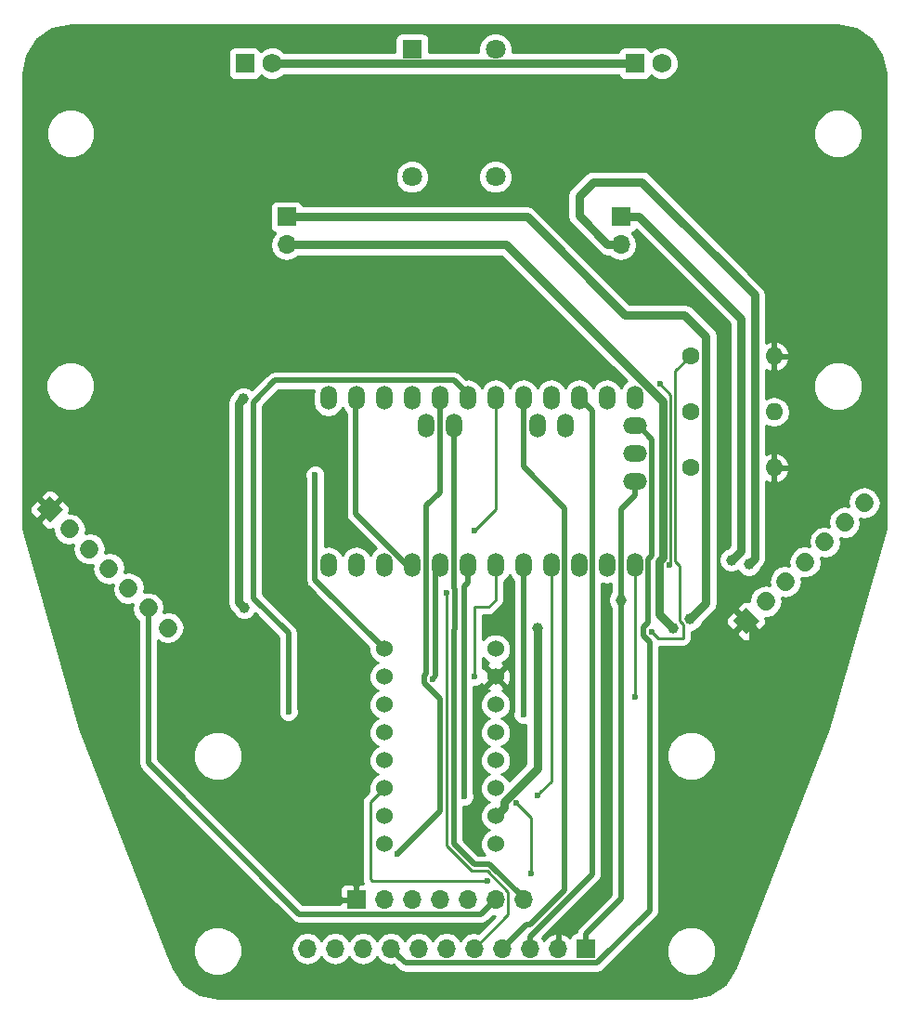
<source format=gbr>
G04 #@! TF.FileFunction,Copper,L1,Top,Signal*
%FSLAX46Y46*%
G04 Gerber Fmt 4.6, Leading zero omitted, Abs format (unit mm)*
G04 Created by KiCad (PCBNEW 4.0.2+dfsg1-stable) date Wed 12 Sep 2018 10:09:28 PM CEST*
%MOMM*%
G01*
G04 APERTURE LIST*
%ADD10C,0.100000*%
%ADD11O,1.501140X2.199640*%
%ADD12O,2.199640X1.501140*%
%ADD13R,1.700000X1.700000*%
%ADD14O,1.700000X1.700000*%
%ADD15C,1.600000*%
%ADD16O,1.600000X1.600000*%
%ADD17C,1.524000*%
%ADD18C,1.800000*%
%ADD19R,1.800000X1.800000*%
%ADD20C,1.700000*%
%ADD21R,1.750000X1.750000*%
%ADD22C,1.750000*%
%ADD23C,1.000000*%
%ADD24C,0.600000*%
%ADD25C,0.500000*%
%ADD26C,0.250000*%
%ADD27C,0.800000*%
%ADD28C,0.254000*%
G04 APERTURE END LIST*
D10*
D11*
X99060000Y-92710000D03*
X101600000Y-92710000D03*
X80010000Y-105410000D03*
X82550000Y-105410000D03*
X85090000Y-105410000D03*
X87630000Y-105410000D03*
X90170000Y-105410000D03*
X92710000Y-105410000D03*
X95250000Y-105410000D03*
X97790000Y-105410000D03*
X100330000Y-105410000D03*
X102870000Y-105410000D03*
X105410000Y-105410000D03*
X107950000Y-105410000D03*
X107950000Y-90170000D03*
X105410000Y-90170000D03*
X102870000Y-90170000D03*
X100330000Y-90170000D03*
X97790000Y-90170000D03*
X95250000Y-90170000D03*
X92710000Y-90170000D03*
X90170000Y-90170000D03*
X87630000Y-90170000D03*
X85090000Y-90170000D03*
X82550000Y-90170000D03*
X80010000Y-90170000D03*
X91440000Y-92710000D03*
X88900000Y-92710000D03*
D12*
X107950000Y-92710000D03*
X107950000Y-95250000D03*
X107950000Y-97790000D03*
D13*
X103505000Y-140335000D03*
D14*
X100965000Y-140335000D03*
X98425000Y-140335000D03*
X95885000Y-140335000D03*
X93345000Y-140335000D03*
X90805000Y-140335000D03*
X88265000Y-140335000D03*
X85725000Y-140335000D03*
X83185000Y-140335000D03*
X80645000Y-140335000D03*
X78105000Y-140335000D03*
D13*
X76200000Y-73660000D03*
D14*
X76200000Y-76200000D03*
D13*
X106680000Y-73660000D03*
D14*
X106680000Y-76200000D03*
D15*
X113030000Y-86360000D03*
D16*
X120650000Y-86360000D03*
D15*
X113030000Y-96520000D03*
D16*
X120650000Y-96520000D03*
D15*
X113030000Y-91440000D03*
D16*
X120650000Y-91440000D03*
D17*
X85090000Y-113030000D03*
X85090000Y-115570000D03*
X85090000Y-118110000D03*
X85090000Y-120650000D03*
X85090000Y-123190000D03*
X85090000Y-125730000D03*
X85090000Y-128270000D03*
X85090000Y-130810000D03*
X95250000Y-113030000D03*
X95250000Y-115570000D03*
X95250000Y-118110000D03*
X95250000Y-120650000D03*
X95250000Y-125730000D03*
X95250000Y-123190000D03*
X95250000Y-128270000D03*
X95250000Y-130810000D03*
D18*
X95250000Y-58420000D03*
X95250000Y-70020000D03*
D19*
X87650000Y-58420000D03*
D18*
X87650000Y-70020000D03*
D10*
G36*
X119312082Y-110490000D02*
X118110000Y-111692082D01*
X116907918Y-110490000D01*
X118110000Y-109287918D01*
X119312082Y-110490000D01*
X119312082Y-110490000D01*
G37*
D20*
X119906051Y-108693949D02*
X119906051Y-108693949D01*
X121702102Y-106897898D02*
X121702102Y-106897898D01*
X123498154Y-105101846D02*
X123498154Y-105101846D01*
X125294205Y-103305795D02*
X125294205Y-103305795D01*
X127090256Y-101509744D02*
X127090256Y-101509744D01*
X128886307Y-99713693D02*
X128886307Y-99713693D01*
D13*
X82550000Y-135890000D03*
D14*
X85090000Y-135890000D03*
X87630000Y-135890000D03*
X90170000Y-135890000D03*
X92710000Y-135890000D03*
X95250000Y-135890000D03*
X97790000Y-135890000D03*
D10*
G36*
X54610000Y-101532082D02*
X53407918Y-100330000D01*
X54610000Y-99127918D01*
X55812082Y-100330000D01*
X54610000Y-101532082D01*
X54610000Y-101532082D01*
G37*
D20*
X56406051Y-102126051D02*
X56406051Y-102126051D01*
X58202102Y-103922102D02*
X58202102Y-103922102D01*
X59998154Y-105718154D02*
X59998154Y-105718154D01*
X61794205Y-107514205D02*
X61794205Y-107514205D01*
X63590256Y-109310256D02*
X63590256Y-109310256D01*
X65386307Y-111106307D02*
X65386307Y-111106307D01*
D21*
X72390000Y-59690000D03*
D22*
X74890000Y-59690000D03*
D21*
X107950000Y-59690000D03*
D22*
X110450000Y-59690000D03*
D23*
X106680000Y-108585000D03*
D24*
X89501300Y-115803000D03*
X92378500Y-126480400D03*
X93345000Y-115570000D03*
X97790000Y-119010020D03*
X98465348Y-133476762D03*
X94552580Y-134197121D03*
X99078938Y-126348882D03*
X97179566Y-127089017D03*
X111127570Y-105414969D03*
X110236000Y-88900000D03*
X108022260Y-117405560D03*
X78809000Y-97186700D03*
X93345000Y-102235000D03*
X90805000Y-107950000D03*
X76374038Y-118764925D03*
X86324100Y-131696800D03*
D23*
X87630000Y-85725000D03*
X80645000Y-115570000D03*
X102235000Y-143510000D03*
X72272965Y-90233730D03*
X72343185Y-109264421D03*
X99060000Y-111125000D03*
D24*
X91440000Y-111762800D03*
X109486062Y-111445320D03*
D23*
X113026151Y-110306503D03*
X111486083Y-111154193D03*
X116769389Y-104944285D03*
X118380126Y-105327712D03*
D25*
X109549820Y-94703080D02*
X109500700Y-94752200D01*
X108299250Y-92710000D02*
X109549820Y-93960570D01*
X109500700Y-94752200D02*
X109500700Y-104534591D01*
X104522800Y-141656900D02*
X87046900Y-141656900D01*
X86574999Y-141184999D02*
X85725000Y-140335000D01*
X87046900Y-141656900D02*
X86574999Y-141184999D01*
X109500700Y-104534591D02*
X109165509Y-104869782D01*
X109549820Y-93960570D02*
X109549820Y-94703080D01*
X109314200Y-112383462D02*
X109314200Y-136865500D01*
X109314200Y-136865500D02*
X104522800Y-141656900D01*
X108736060Y-111805322D02*
X109314200Y-112383462D01*
X108736060Y-111085318D02*
X108736060Y-111805322D01*
X109165509Y-110655869D02*
X108736060Y-111085318D01*
X109165509Y-104869782D02*
X109165509Y-110655869D01*
X107950000Y-92710000D02*
X108299250Y-92710000D01*
X106680000Y-108585000D02*
X106680000Y-135810000D01*
X106680000Y-106968400D02*
X106680000Y-108585000D01*
X82550000Y-90170000D02*
X82516677Y-90203323D01*
X82516677Y-90203323D02*
X82516677Y-100746777D01*
X82516677Y-100746777D02*
X87179900Y-105410000D01*
X106680000Y-135810000D02*
X103505000Y-138985000D01*
X103505000Y-140335000D02*
X103505000Y-138985000D01*
X106680000Y-100310600D02*
X106680000Y-106968400D01*
X107950000Y-99040600D02*
X106680000Y-100310600D01*
X87630000Y-105410000D02*
X87179900Y-105410000D01*
X107950000Y-97790000D02*
X107950000Y-99040600D01*
X89801299Y-105778701D02*
X90054998Y-105525002D01*
X90054998Y-105525002D02*
X90170000Y-105410000D01*
X89501300Y-115803000D02*
X89801299Y-115503001D01*
X89801299Y-115503001D02*
X89801299Y-105778701D01*
X92378500Y-107341400D02*
X92378500Y-126480400D01*
X92710000Y-107009900D02*
X92378500Y-107341400D01*
X92710000Y-105410000D02*
X92710000Y-107009900D01*
D26*
X93345000Y-109220000D02*
X94615000Y-109220000D01*
X94615000Y-109220000D02*
X95250000Y-108585000D01*
X95250000Y-105410000D02*
X95250000Y-108585000D01*
X93345000Y-109220000D02*
X93345000Y-115570000D01*
D25*
X97790000Y-105410000D02*
X97790000Y-119010020D01*
D26*
X98465348Y-133052498D02*
X98465348Y-133476762D01*
X98465348Y-128374799D02*
X98465348Y-133052498D01*
X97179566Y-127089017D02*
X98465348Y-128374799D01*
X84032121Y-134197121D02*
X94128316Y-134197121D01*
X83820000Y-133985000D02*
X84032121Y-134197121D01*
X83820000Y-127000000D02*
X83820000Y-133985000D01*
X85090000Y-125730000D02*
X83820000Y-127000000D01*
X94128316Y-134197121D02*
X94552580Y-134197121D01*
X100330000Y-105410000D02*
X100330000Y-125097820D01*
X100330000Y-125097820D02*
X99378937Y-126048883D01*
X99378937Y-126048883D02*
X99078938Y-126348882D01*
X111215011Y-105327528D02*
X111127570Y-105414969D01*
X111215011Y-89879011D02*
X111215011Y-105327528D01*
X110236000Y-88900000D02*
X111215011Y-89879011D01*
X107950000Y-105410000D02*
X107950000Y-117333300D01*
X107950000Y-117333300D02*
X108022260Y-117405560D01*
D25*
X78809000Y-106749000D02*
X78809000Y-97186700D01*
X85090000Y-113030000D02*
X78809000Y-106749000D01*
X102870000Y-90170000D02*
X102925460Y-90170000D01*
X102925460Y-90170000D02*
X104072400Y-91316940D01*
X104072400Y-91316940D02*
X104072400Y-133585200D01*
X104072400Y-133585200D02*
X98425000Y-139232600D01*
X98425000Y-139232600D02*
X98425000Y-140335000D01*
X97790000Y-96450400D02*
X97790000Y-90170000D01*
X101586000Y-100246400D02*
X97790000Y-96450400D01*
X101586000Y-135012200D02*
X101586000Y-100246400D01*
X98441000Y-138157200D02*
X101586000Y-135012200D01*
X98062800Y-138157200D02*
X98441000Y-138157200D01*
X95885000Y-140335000D02*
X98062800Y-138157200D01*
D26*
X90805000Y-108374264D02*
X90805000Y-107950000D01*
X96425001Y-137254999D02*
X96425001Y-135185631D01*
X93345000Y-140335000D02*
X96425001Y-137254999D01*
X96425001Y-135185631D02*
X94497012Y-133257642D01*
X90805000Y-130973041D02*
X90805000Y-108374264D01*
X94497012Y-133257642D02*
X93089600Y-133257641D01*
X93089600Y-133257641D02*
X90805000Y-130973041D01*
X93345000Y-102235000D02*
X95250000Y-100330000D01*
X95250000Y-100330000D02*
X95250000Y-90170000D01*
D25*
X76374038Y-118340661D02*
X76374038Y-118764925D01*
X76374038Y-111605029D02*
X76374038Y-118340661D01*
X73175386Y-108406377D02*
X76374038Y-111605029D01*
X73175386Y-90530670D02*
X73175386Y-108406377D01*
X92710000Y-90170000D02*
X92710000Y-89820750D01*
X92710000Y-89820750D02*
X91459430Y-88570180D01*
X75135876Y-88570180D02*
X73175386Y-90530670D01*
X91459430Y-88570180D02*
X75135876Y-88570180D01*
X90229989Y-127790911D02*
X86624099Y-131396801D01*
X86624099Y-131396801D02*
X86324100Y-131696800D01*
X90229989Y-117592789D02*
X90229989Y-127790911D01*
X88751000Y-116113800D02*
X90229989Y-117592789D01*
X88751000Y-115492200D02*
X88751000Y-116113800D01*
X90170000Y-90170000D02*
X90170000Y-98750300D01*
X90170000Y-98750300D02*
X88949100Y-99971200D01*
X88949100Y-99971200D02*
X88949100Y-115294100D01*
X88949100Y-115294100D02*
X88751000Y-115492200D01*
D27*
X118781751Y-129503249D02*
X104775000Y-143510000D01*
X104775000Y-143510000D02*
X102235000Y-143510000D01*
X118110000Y-110490000D02*
X118781751Y-111161751D01*
X118781751Y-111161751D02*
X118781751Y-129503249D01*
D25*
X113412100Y-91822100D02*
X113030000Y-91440000D01*
X120650000Y-96565100D02*
X120650000Y-96610300D01*
X120650000Y-96520000D02*
X120650000Y-96565100D01*
X120650000Y-97170000D02*
X120650000Y-96610300D01*
D27*
X72343185Y-109264421D02*
X71843186Y-108764422D01*
X71843186Y-108764422D02*
X71843186Y-90663509D01*
X71843186Y-90663509D02*
X72272965Y-90233730D01*
X99060000Y-123935762D02*
X99060000Y-111832106D01*
X95250000Y-128270000D02*
X96011999Y-127508001D01*
X96011999Y-126983763D02*
X99060000Y-123935762D01*
X96011999Y-127508001D02*
X96011999Y-126983763D01*
X99060000Y-111832106D02*
X99060000Y-111125000D01*
D25*
X91440000Y-112187064D02*
X91440000Y-111762800D01*
X91440000Y-130794853D02*
X91440000Y-112187064D01*
X97790000Y-135737442D02*
X94735189Y-132682631D01*
X93327778Y-132682631D02*
X91440000Y-130794853D01*
X94735189Y-132682631D02*
X93327778Y-132682631D01*
X97790000Y-135890000D02*
X97790000Y-135737442D01*
X91440000Y-111338536D02*
X91440000Y-111762800D01*
X91555002Y-107589998D02*
X91555002Y-111223534D01*
X91555002Y-111223534D02*
X91440000Y-111338536D01*
X91440000Y-107474996D02*
X91555002Y-107589998D01*
X91440000Y-92710000D02*
X91440000Y-107474996D01*
X63590300Y-109310300D02*
X63590300Y-123448434D01*
X93941900Y-137198100D02*
X95250000Y-135890000D01*
X63590300Y-123448434D02*
X77339966Y-137198100D01*
X77339966Y-137198100D02*
X93941900Y-137198100D01*
D26*
X113030000Y-86360000D02*
X111665022Y-87724978D01*
X111665022Y-87724978D02*
X111665022Y-105054270D01*
X112393406Y-110840512D02*
X112393406Y-112085920D01*
X112393406Y-112085920D02*
X110126662Y-112085920D01*
X110126662Y-112085920D02*
X109486062Y-111445320D01*
X111665022Y-105054270D02*
X112043823Y-105433071D01*
X112043823Y-105433071D02*
X112043823Y-110490929D01*
X112043823Y-110490929D02*
X112393406Y-110840512D01*
D27*
X113526150Y-109806504D02*
X113026151Y-110306503D01*
X114460120Y-108872534D02*
X113526150Y-109806504D01*
X76200000Y-73660000D02*
X98131926Y-73660000D01*
X98131926Y-73660000D02*
X107067868Y-82595942D01*
X114460120Y-84562331D02*
X114460120Y-108872534D01*
X107067868Y-82595942D02*
X112493731Y-82595942D01*
X112493731Y-82595942D02*
X114460120Y-84562331D01*
X110490000Y-90450742D02*
X110490000Y-104747388D01*
X110227568Y-109895678D02*
X110986084Y-110654194D01*
X110227568Y-105009820D02*
X110227568Y-109895678D01*
X96239258Y-76200000D02*
X110490000Y-90450742D01*
X76200000Y-76200000D02*
X96239258Y-76200000D01*
X110490000Y-104747388D02*
X110227568Y-105009820D01*
X110986084Y-110654194D02*
X111486083Y-111154193D01*
X117269388Y-104444286D02*
X116769389Y-104944285D01*
X108330000Y-73660000D02*
X117635305Y-82965305D01*
X117635305Y-104078369D02*
X117269388Y-104444286D01*
X117635305Y-82965305D02*
X117635305Y-104078369D01*
X106680000Y-73660000D02*
X108330000Y-73660000D01*
X118880125Y-104827713D02*
X118380126Y-105327712D01*
X118880125Y-80780125D02*
X118880125Y-104827713D01*
X108585000Y-70485000D02*
X118880125Y-80780125D01*
X104140000Y-70485000D02*
X108585000Y-70485000D01*
X102870000Y-71755000D02*
X104140000Y-70485000D01*
X102870000Y-73592081D02*
X102870000Y-71755000D01*
X105477919Y-76200000D02*
X102870000Y-73592081D01*
X106680000Y-76200000D02*
X105477919Y-76200000D01*
D25*
X95250000Y-120650000D02*
X95443700Y-120650000D01*
D27*
X74890000Y-59690000D02*
X76127436Y-59690000D01*
X76127436Y-59690000D02*
X107950000Y-59690000D01*
D28*
G36*
X128138394Y-56573108D02*
X129533928Y-57505573D01*
X130466394Y-58901106D01*
X130807252Y-60614717D01*
X130807252Y-102123130D01*
X125638826Y-120295950D01*
X117121793Y-142059014D01*
X116179265Y-143529973D01*
X114801891Y-144489058D01*
X113098382Y-144862040D01*
X113076521Y-144862250D01*
X69970022Y-144862250D01*
X68256733Y-144520617D01*
X66861639Y-143587495D01*
X65893483Y-142137070D01*
X65885313Y-142116769D01*
X65440756Y-140980819D01*
X67665413Y-140980819D01*
X68004955Y-141802572D01*
X68633121Y-142431836D01*
X69454281Y-142772811D01*
X70343419Y-142773587D01*
X71165172Y-142434045D01*
X71794436Y-141805879D01*
X72135411Y-140984719D01*
X72136187Y-140095581D01*
X71796645Y-139273828D01*
X71168479Y-138644564D01*
X70347319Y-138303589D01*
X69458181Y-138302813D01*
X68636428Y-138642355D01*
X68007164Y-139270521D01*
X67666189Y-140091681D01*
X67665413Y-140980819D01*
X65440756Y-140980819D01*
X57345679Y-120295953D01*
X52177252Y-102123133D01*
X52177252Y-101357603D01*
X53762002Y-101357603D01*
X53762002Y-101582109D01*
X54250302Y-102070409D01*
X54483691Y-102167082D01*
X54736310Y-102167081D01*
X54910784Y-102094811D01*
X54900478Y-102146623D01*
X55013518Y-102714908D01*
X55335425Y-103196677D01*
X55817194Y-103518584D01*
X56385479Y-103631624D01*
X56773765Y-103554388D01*
X56696529Y-103942674D01*
X56809569Y-104510959D01*
X57131476Y-104992728D01*
X57613245Y-105314635D01*
X58181530Y-105427675D01*
X58569817Y-105350439D01*
X58492581Y-105738726D01*
X58605621Y-106307011D01*
X58927528Y-106788780D01*
X59409297Y-107110687D01*
X59977582Y-107223727D01*
X60365868Y-107146491D01*
X60288632Y-107534777D01*
X60401672Y-108103062D01*
X60723579Y-108584831D01*
X61205348Y-108906738D01*
X61773633Y-109019778D01*
X62161919Y-108942542D01*
X62084683Y-109330828D01*
X62197723Y-109899113D01*
X62519630Y-110380882D01*
X62705300Y-110504942D01*
X62705300Y-123448429D01*
X62705299Y-123448434D01*
X62761490Y-123730918D01*
X62772667Y-123787109D01*
X62932207Y-124025879D01*
X62964510Y-124074224D01*
X76714174Y-137823887D01*
X76714176Y-137823890D01*
X77000192Y-138014999D01*
X77001291Y-138015733D01*
X77339966Y-138083101D01*
X77339971Y-138083100D01*
X93941895Y-138083100D01*
X93941900Y-138083101D01*
X94224384Y-138026910D01*
X94280575Y-138015733D01*
X94567690Y-137823890D01*
X94567691Y-137823889D01*
X95031040Y-137360539D01*
X95209217Y-137395981D01*
X93711408Y-138893790D01*
X93345000Y-138820907D01*
X92776715Y-138933946D01*
X92294946Y-139255853D01*
X92075000Y-139585026D01*
X91855054Y-139255853D01*
X91373285Y-138933946D01*
X90805000Y-138820907D01*
X90236715Y-138933946D01*
X89754946Y-139255853D01*
X89535000Y-139585026D01*
X89315054Y-139255853D01*
X88833285Y-138933946D01*
X88265000Y-138820907D01*
X87696715Y-138933946D01*
X87214946Y-139255853D01*
X86995000Y-139585026D01*
X86775054Y-139255853D01*
X86293285Y-138933946D01*
X85725000Y-138820907D01*
X85156715Y-138933946D01*
X84674946Y-139255853D01*
X84455000Y-139585026D01*
X84235054Y-139255853D01*
X83753285Y-138933946D01*
X83185000Y-138820907D01*
X82616715Y-138933946D01*
X82134946Y-139255853D01*
X81915000Y-139585026D01*
X81695054Y-139255853D01*
X81213285Y-138933946D01*
X80645000Y-138820907D01*
X80076715Y-138933946D01*
X79594946Y-139255853D01*
X79375000Y-139585026D01*
X79155054Y-139255853D01*
X78673285Y-138933946D01*
X78105000Y-138820907D01*
X77536715Y-138933946D01*
X77054946Y-139255853D01*
X76733039Y-139737622D01*
X76620000Y-140305907D01*
X76620000Y-140364093D01*
X76733039Y-140932378D01*
X77054946Y-141414147D01*
X77536715Y-141736054D01*
X78105000Y-141849093D01*
X78673285Y-141736054D01*
X79155054Y-141414147D01*
X79375000Y-141084974D01*
X79594946Y-141414147D01*
X80076715Y-141736054D01*
X80645000Y-141849093D01*
X81213285Y-141736054D01*
X81695054Y-141414147D01*
X81915000Y-141084974D01*
X82134946Y-141414147D01*
X82616715Y-141736054D01*
X83185000Y-141849093D01*
X83753285Y-141736054D01*
X84235054Y-141414147D01*
X84455000Y-141084974D01*
X84674946Y-141414147D01*
X85156715Y-141736054D01*
X85725000Y-141849093D01*
X85943960Y-141805539D01*
X85949207Y-141810786D01*
X85949209Y-141810789D01*
X86421108Y-142282687D01*
X86421110Y-142282690D01*
X86708225Y-142474533D01*
X86764416Y-142485710D01*
X87046900Y-142541901D01*
X87046905Y-142541900D01*
X104522795Y-142541900D01*
X104522800Y-142541901D01*
X104805284Y-142485710D01*
X104861475Y-142474533D01*
X105148590Y-142282690D01*
X106412360Y-141018919D01*
X110870813Y-141018919D01*
X111210355Y-141840672D01*
X111838521Y-142469936D01*
X112659681Y-142810911D01*
X113548819Y-142811687D01*
X114370572Y-142472145D01*
X114999836Y-141843979D01*
X115340811Y-141022819D01*
X115341587Y-140133681D01*
X115002045Y-139311928D01*
X114373879Y-138682664D01*
X113552719Y-138341689D01*
X112663581Y-138340913D01*
X111841828Y-138680455D01*
X111212564Y-139308621D01*
X110871589Y-140129781D01*
X110870813Y-141018919D01*
X106412360Y-141018919D01*
X109939987Y-137491292D01*
X109939990Y-137491290D01*
X110131833Y-137204175D01*
X110152615Y-137099698D01*
X110199201Y-136865500D01*
X110199200Y-136865495D01*
X110199200Y-123200819D01*
X110858113Y-123200819D01*
X111197655Y-124022572D01*
X111825821Y-124651836D01*
X112646981Y-124992811D01*
X113536119Y-124993587D01*
X114357872Y-124654045D01*
X114987136Y-124025879D01*
X115328111Y-123204719D01*
X115328887Y-122315581D01*
X114989345Y-121493828D01*
X114361179Y-120864564D01*
X113540019Y-120523589D01*
X112650881Y-120522813D01*
X111829128Y-120862355D01*
X111199864Y-121490521D01*
X110858889Y-122311681D01*
X110858113Y-123200819D01*
X110199200Y-123200819D01*
X110199200Y-112845920D01*
X112393406Y-112845920D01*
X112684245Y-112788068D01*
X112930807Y-112623321D01*
X113095554Y-112376759D01*
X113153406Y-112085920D01*
X113153406Y-111517603D01*
X117262002Y-111517603D01*
X117262002Y-111742109D01*
X117750301Y-112230408D01*
X117983690Y-112327081D01*
X118236309Y-112327082D01*
X118469698Y-112230409D01*
X118957998Y-111742109D01*
X118957998Y-111517603D01*
X118110000Y-110669605D01*
X117262002Y-111517603D01*
X113153406Y-111517603D01*
X113153406Y-111441615D01*
X113250926Y-111441700D01*
X113668237Y-111269270D01*
X113987796Y-110950268D01*
X114088416Y-110707949D01*
X114258003Y-110538362D01*
X114258006Y-110538360D01*
X114432674Y-110363691D01*
X116272918Y-110363691D01*
X116272919Y-110616310D01*
X116369592Y-110849699D01*
X116857891Y-111337998D01*
X117082397Y-111337998D01*
X117930395Y-110490000D01*
X117082397Y-109642002D01*
X116857891Y-109642002D01*
X116369591Y-110130302D01*
X116272918Y-110363691D01*
X114432674Y-110363691D01*
X115191973Y-109604392D01*
X115191976Y-109604390D01*
X115416335Y-109268611D01*
X115422445Y-109237891D01*
X117262002Y-109237891D01*
X117262002Y-109462397D01*
X118110000Y-110310395D01*
X118124143Y-110296253D01*
X118303748Y-110475858D01*
X118289605Y-110490000D01*
X119137603Y-111337998D01*
X119362109Y-111337998D01*
X119850409Y-110849698D01*
X119947082Y-110616309D01*
X119947081Y-110363690D01*
X119874811Y-110189215D01*
X119926623Y-110199521D01*
X120494907Y-110086482D01*
X120976676Y-109764574D01*
X121298584Y-109282805D01*
X121411623Y-108714521D01*
X121334388Y-108326235D01*
X121722674Y-108403470D01*
X122290958Y-108290431D01*
X122772727Y-107968523D01*
X123094635Y-107486754D01*
X123207674Y-106918470D01*
X123130439Y-106530183D01*
X123518726Y-106607418D01*
X124087010Y-106494379D01*
X124568779Y-106172471D01*
X124890687Y-105690702D01*
X125003726Y-105122418D01*
X124926491Y-104734132D01*
X125314777Y-104811367D01*
X125883061Y-104698328D01*
X126364830Y-104376420D01*
X126686738Y-103894651D01*
X126799777Y-103326367D01*
X126722542Y-102938081D01*
X127110828Y-103015316D01*
X127679112Y-102902277D01*
X128160881Y-102580369D01*
X128482789Y-102098600D01*
X128595828Y-101530316D01*
X128518593Y-101142030D01*
X128906879Y-101219265D01*
X129475163Y-101106226D01*
X129956932Y-100784318D01*
X130278840Y-100302549D01*
X130391879Y-99734265D01*
X130278840Y-99165980D01*
X129956932Y-98684211D01*
X129915789Y-98643067D01*
X129434020Y-98321160D01*
X128865735Y-98208120D01*
X128297450Y-98321160D01*
X127815681Y-98643067D01*
X127493774Y-99124836D01*
X127380734Y-99693121D01*
X127457970Y-100081407D01*
X127069684Y-100004171D01*
X126501399Y-100117211D01*
X126019630Y-100439118D01*
X125697723Y-100920887D01*
X125584683Y-101489172D01*
X125661919Y-101877458D01*
X125273633Y-101800222D01*
X124705348Y-101913262D01*
X124223579Y-102235169D01*
X123901672Y-102716938D01*
X123788632Y-103285223D01*
X123865868Y-103673509D01*
X123477582Y-103596273D01*
X122909297Y-103709313D01*
X122427528Y-104031220D01*
X122105621Y-104512989D01*
X121992581Y-105081274D01*
X122069817Y-105469561D01*
X121681530Y-105392325D01*
X121113245Y-105505365D01*
X120631476Y-105827272D01*
X120309569Y-106309041D01*
X120196529Y-106877326D01*
X120273765Y-107265612D01*
X119885479Y-107188376D01*
X119317194Y-107301416D01*
X118835425Y-107623323D01*
X118513518Y-108105092D01*
X118400478Y-108673377D01*
X118410784Y-108725189D01*
X118236310Y-108652919D01*
X117983691Y-108652918D01*
X117750302Y-108749591D01*
X117262002Y-109237891D01*
X115422445Y-109237891D01*
X115426004Y-109220000D01*
X115495121Y-108872534D01*
X115495120Y-108872529D01*
X115495120Y-84562336D01*
X115495121Y-84562331D01*
X115416335Y-84166254D01*
X115191976Y-83830475D01*
X113225587Y-81864086D01*
X112889808Y-81639727D01*
X112493731Y-81560941D01*
X112493726Y-81560942D01*
X107496579Y-81560942D01*
X98863782Y-72928144D01*
X98528003Y-72703785D01*
X98131926Y-72624999D01*
X98131921Y-72625000D01*
X77662630Y-72625000D01*
X77653162Y-72574683D01*
X77514090Y-72358559D01*
X77301890Y-72213569D01*
X77050000Y-72162560D01*
X75350000Y-72162560D01*
X75114683Y-72206838D01*
X74898559Y-72345910D01*
X74753569Y-72558110D01*
X74702560Y-72810000D01*
X74702560Y-74510000D01*
X74746838Y-74745317D01*
X74885910Y-74961441D01*
X75098110Y-75106431D01*
X75165541Y-75120086D01*
X75120853Y-75149946D01*
X74798946Y-75631715D01*
X74685907Y-76200000D01*
X74798946Y-76768285D01*
X75120853Y-77250054D01*
X75602622Y-77571961D01*
X76170907Y-77685000D01*
X76229093Y-77685000D01*
X76797378Y-77571961D01*
X77279147Y-77250054D01*
X77289206Y-77235000D01*
X95810546Y-77235000D01*
X107217416Y-88641869D01*
X106970254Y-88807017D01*
X106680000Y-89241412D01*
X106389746Y-88807017D01*
X105940235Y-88506663D01*
X105410000Y-88401193D01*
X104879765Y-88506663D01*
X104430254Y-88807017D01*
X104140000Y-89241412D01*
X103849746Y-88807017D01*
X103400235Y-88506663D01*
X102870000Y-88401193D01*
X102339765Y-88506663D01*
X101890254Y-88807017D01*
X101600000Y-89241412D01*
X101309746Y-88807017D01*
X100860235Y-88506663D01*
X100330000Y-88401193D01*
X99799765Y-88506663D01*
X99350254Y-88807017D01*
X99060000Y-89241412D01*
X98769746Y-88807017D01*
X98320235Y-88506663D01*
X97790000Y-88401193D01*
X97259765Y-88506663D01*
X96810254Y-88807017D01*
X96520000Y-89241412D01*
X96229746Y-88807017D01*
X95780235Y-88506663D01*
X95250000Y-88401193D01*
X94719765Y-88506663D01*
X94270254Y-88807017D01*
X93980000Y-89241412D01*
X93689746Y-88807017D01*
X93240235Y-88506663D01*
X92710000Y-88401193D01*
X92569892Y-88429062D01*
X92085220Y-87944390D01*
X91870213Y-87800728D01*
X91798105Y-87752547D01*
X91741914Y-87741370D01*
X91459430Y-87685179D01*
X91459425Y-87685180D01*
X75135881Y-87685180D01*
X75135876Y-87685179D01*
X74797202Y-87752546D01*
X74701930Y-87816205D01*
X74510086Y-87944390D01*
X74510084Y-87944393D01*
X73049445Y-89405031D01*
X72916730Y-89272085D01*
X72499721Y-89098927D01*
X72048190Y-89098533D01*
X71630879Y-89270963D01*
X71311320Y-89589965D01*
X71210700Y-89832283D01*
X71111330Y-89931653D01*
X70886971Y-90267432D01*
X70808185Y-90663509D01*
X70808186Y-90663514D01*
X70808186Y-108764417D01*
X70808185Y-108764422D01*
X70886971Y-109160499D01*
X71111330Y-109496278D01*
X71281035Y-109665983D01*
X71380418Y-109906507D01*
X71699420Y-110226066D01*
X72116429Y-110399224D01*
X72567960Y-110399618D01*
X72985271Y-110227188D01*
X73304830Y-109908186D01*
X73340269Y-109822840D01*
X75489038Y-111971608D01*
X75489038Y-118458103D01*
X75439200Y-118578126D01*
X75438876Y-118950092D01*
X75580921Y-119293868D01*
X75843711Y-119557117D01*
X76187239Y-119699763D01*
X76559205Y-119700087D01*
X76902981Y-119558042D01*
X77166230Y-119295252D01*
X77308876Y-118951724D01*
X77309200Y-118579758D01*
X77259038Y-118458356D01*
X77259038Y-111605034D01*
X77259039Y-111605029D01*
X77191671Y-111266355D01*
X77191671Y-111266354D01*
X76999828Y-110979239D01*
X76999825Y-110979237D01*
X74060386Y-108039797D01*
X74060386Y-90897250D01*
X75502455Y-89455180D01*
X78690386Y-89455180D01*
X78624430Y-89786763D01*
X78624430Y-90553237D01*
X78729900Y-91083472D01*
X79030254Y-91532983D01*
X79479765Y-91833337D01*
X80010000Y-91938807D01*
X80540235Y-91833337D01*
X80989746Y-91532983D01*
X81280000Y-91098588D01*
X81570254Y-91532983D01*
X81631677Y-91574025D01*
X81631677Y-100746772D01*
X81631676Y-100746777D01*
X81674494Y-100962031D01*
X81699044Y-101085452D01*
X81842291Y-101299838D01*
X81890887Y-101372567D01*
X84383057Y-103864736D01*
X84110254Y-104047017D01*
X83820000Y-104481412D01*
X83529746Y-104047017D01*
X83080235Y-103746663D01*
X82550000Y-103641193D01*
X82019765Y-103746663D01*
X81570254Y-104047017D01*
X81280000Y-104481412D01*
X80989746Y-104047017D01*
X80540235Y-103746663D01*
X80010000Y-103641193D01*
X79694000Y-103704049D01*
X79694000Y-97493522D01*
X79743838Y-97373499D01*
X79744162Y-97001533D01*
X79602117Y-96657757D01*
X79339327Y-96394508D01*
X78995799Y-96251862D01*
X78623833Y-96251538D01*
X78280057Y-96393583D01*
X78016808Y-96656373D01*
X77874162Y-96999901D01*
X77873838Y-97371867D01*
X77924000Y-97493269D01*
X77924000Y-106748995D01*
X77923999Y-106749000D01*
X77976879Y-107014838D01*
X77991367Y-107087675D01*
X78137965Y-107307075D01*
X78183210Y-107374790D01*
X83693126Y-112884705D01*
X83692758Y-113306661D01*
X83904990Y-113820303D01*
X84297630Y-114213629D01*
X84505512Y-114299949D01*
X84299697Y-114384990D01*
X83906371Y-114777630D01*
X83693243Y-115290900D01*
X83692758Y-115846661D01*
X83904990Y-116360303D01*
X84297630Y-116753629D01*
X84505512Y-116839949D01*
X84299697Y-116924990D01*
X83906371Y-117317630D01*
X83693243Y-117830900D01*
X83692758Y-118386661D01*
X83904990Y-118900303D01*
X84297630Y-119293629D01*
X84505512Y-119379949D01*
X84299697Y-119464990D01*
X83906371Y-119857630D01*
X83693243Y-120370900D01*
X83692758Y-120926661D01*
X83904990Y-121440303D01*
X84297630Y-121833629D01*
X84505512Y-121919949D01*
X84299697Y-122004990D01*
X83906371Y-122397630D01*
X83693243Y-122910900D01*
X83692758Y-123466661D01*
X83904990Y-123980303D01*
X84297630Y-124373629D01*
X84505512Y-124459949D01*
X84299697Y-124544990D01*
X83906371Y-124937630D01*
X83693243Y-125450900D01*
X83692758Y-126006661D01*
X83706143Y-126039055D01*
X83282599Y-126462599D01*
X83117852Y-126709161D01*
X83060000Y-127000000D01*
X83060000Y-133985000D01*
X83117852Y-134275839D01*
X83204154Y-134405000D01*
X82835750Y-134405000D01*
X82677000Y-134563750D01*
X82677000Y-135763000D01*
X82697000Y-135763000D01*
X82697000Y-136017000D01*
X82677000Y-136017000D01*
X82677000Y-136037000D01*
X82423000Y-136037000D01*
X82423000Y-136017000D01*
X81223750Y-136017000D01*
X81065000Y-136175750D01*
X81065000Y-136313100D01*
X77706545Y-136313100D01*
X76307137Y-134913691D01*
X81065000Y-134913691D01*
X81065000Y-135604250D01*
X81223750Y-135763000D01*
X82423000Y-135763000D01*
X82423000Y-134563750D01*
X82264250Y-134405000D01*
X81573690Y-134405000D01*
X81340301Y-134501673D01*
X81161673Y-134680302D01*
X81065000Y-134913691D01*
X76307137Y-134913691D01*
X64606965Y-123213519D01*
X67678113Y-123213519D01*
X68017655Y-124035272D01*
X68645821Y-124664536D01*
X69466981Y-125005511D01*
X70356119Y-125006287D01*
X71177872Y-124666745D01*
X71807136Y-124038579D01*
X72148111Y-123217419D01*
X72148887Y-122328281D01*
X71809345Y-121506528D01*
X71181179Y-120877264D01*
X70360019Y-120536289D01*
X69470881Y-120535513D01*
X68649128Y-120875055D01*
X68019864Y-121503221D01*
X67678889Y-122324381D01*
X67678113Y-123213519D01*
X64606965Y-123213519D01*
X64475300Y-123081854D01*
X64475300Y-112283587D01*
X64797450Y-112498840D01*
X65365735Y-112611880D01*
X65934020Y-112498840D01*
X66415789Y-112176933D01*
X66456932Y-112135789D01*
X66778840Y-111654020D01*
X66891879Y-111085735D01*
X66778840Y-110517451D01*
X66456932Y-110035682D01*
X65975163Y-109713774D01*
X65406879Y-109600735D01*
X65018593Y-109677970D01*
X65095828Y-109289684D01*
X64982789Y-108721400D01*
X64660881Y-108239631D01*
X64179112Y-107917723D01*
X63610828Y-107804684D01*
X63222542Y-107881919D01*
X63299777Y-107493633D01*
X63186738Y-106925349D01*
X62864830Y-106443580D01*
X62383061Y-106121672D01*
X61814777Y-106008633D01*
X61426491Y-106085868D01*
X61503726Y-105697582D01*
X61390687Y-105129298D01*
X61068779Y-104647529D01*
X60587010Y-104325621D01*
X60018726Y-104212582D01*
X59630439Y-104289817D01*
X59707674Y-103901530D01*
X59594635Y-103333246D01*
X59272727Y-102851477D01*
X58790958Y-102529569D01*
X58222674Y-102416530D01*
X57834388Y-102493765D01*
X57911623Y-102105479D01*
X57798584Y-101537195D01*
X57476676Y-101055426D01*
X56994907Y-100733518D01*
X56426623Y-100620479D01*
X56374811Y-100630785D01*
X56447081Y-100456310D01*
X56447082Y-100203691D01*
X56350409Y-99970302D01*
X55862109Y-99482002D01*
X55637603Y-99482002D01*
X54789605Y-100330000D01*
X54803748Y-100344143D01*
X54624143Y-100523748D01*
X54610000Y-100509605D01*
X53762002Y-101357603D01*
X52177252Y-101357603D01*
X52177252Y-100456309D01*
X52772918Y-100456309D01*
X52869591Y-100689698D01*
X53357891Y-101177998D01*
X53582397Y-101177998D01*
X54430395Y-100330000D01*
X53582397Y-99482002D01*
X53357891Y-99482002D01*
X52869592Y-99970301D01*
X52772919Y-100203690D01*
X52772918Y-100456309D01*
X52177252Y-100456309D01*
X52177252Y-99077891D01*
X53762002Y-99077891D01*
X53762002Y-99302397D01*
X54610000Y-100150395D01*
X55457998Y-99302397D01*
X55457998Y-99077891D01*
X54969698Y-98589591D01*
X54736309Y-98492918D01*
X54483690Y-98492919D01*
X54250301Y-98589592D01*
X53762002Y-99077891D01*
X52177252Y-99077891D01*
X52177252Y-89507719D01*
X54266913Y-89507719D01*
X54606455Y-90329472D01*
X55234621Y-90958736D01*
X56055781Y-91299711D01*
X56944919Y-91300487D01*
X57766672Y-90960945D01*
X58395936Y-90332779D01*
X58736911Y-89511619D01*
X58737687Y-88622481D01*
X58398145Y-87800728D01*
X57769979Y-87171464D01*
X56948819Y-86830489D01*
X56059681Y-86829713D01*
X55237928Y-87169255D01*
X54608664Y-87797421D01*
X54267689Y-88618581D01*
X54266913Y-89507719D01*
X52177252Y-89507719D01*
X52177252Y-71755000D01*
X101834999Y-71755000D01*
X101835000Y-71755005D01*
X101835000Y-73592076D01*
X101834999Y-73592081D01*
X101913785Y-73988158D01*
X102138144Y-74323937D01*
X104746061Y-76931853D01*
X104746063Y-76931856D01*
X104947348Y-77066349D01*
X105081841Y-77156215D01*
X105477919Y-77235000D01*
X105590794Y-77235000D01*
X105600853Y-77250054D01*
X106082622Y-77571961D01*
X106650907Y-77685000D01*
X106709093Y-77685000D01*
X107277378Y-77571961D01*
X107759147Y-77250054D01*
X108081054Y-76768285D01*
X108194093Y-76200000D01*
X108081054Y-75631715D01*
X107759147Y-75149946D01*
X107717548Y-75122150D01*
X107765317Y-75113162D01*
X107981441Y-74974090D01*
X108062193Y-74855905D01*
X116600305Y-83394016D01*
X116600305Y-103649657D01*
X116537532Y-103712430D01*
X116537530Y-103712433D01*
X116367828Y-103882135D01*
X116127303Y-103981518D01*
X115807744Y-104300520D01*
X115634586Y-104717529D01*
X115634192Y-105169060D01*
X115806622Y-105586371D01*
X116125624Y-105905930D01*
X116542633Y-106079088D01*
X116994164Y-106079482D01*
X117394356Y-105914126D01*
X117417359Y-105969798D01*
X117736361Y-106289357D01*
X118153370Y-106462515D01*
X118604901Y-106462909D01*
X119022212Y-106290479D01*
X119341771Y-105971477D01*
X119442391Y-105729158D01*
X119611978Y-105559571D01*
X119611981Y-105559569D01*
X119775640Y-105314635D01*
X119836340Y-105223791D01*
X119915125Y-104827713D01*
X119915125Y-97729305D01*
X120300959Y-97911914D01*
X120523000Y-97790629D01*
X120523000Y-96647000D01*
X120777000Y-96647000D01*
X120777000Y-97790629D01*
X120999041Y-97911914D01*
X121505134Y-97672389D01*
X121881041Y-97257423D01*
X122041904Y-96869039D01*
X121919915Y-96647000D01*
X120777000Y-96647000D01*
X120523000Y-96647000D01*
X120503000Y-96647000D01*
X120503000Y-96393000D01*
X120523000Y-96393000D01*
X120523000Y-95249371D01*
X120777000Y-95249371D01*
X120777000Y-96393000D01*
X121919915Y-96393000D01*
X122041904Y-96170961D01*
X121881041Y-95782577D01*
X121505134Y-95367611D01*
X120999041Y-95128086D01*
X120777000Y-95249371D01*
X120523000Y-95249371D01*
X120300959Y-95128086D01*
X119915125Y-95310695D01*
X119915125Y-92660455D01*
X120072736Y-92765767D01*
X120621887Y-92875000D01*
X120678113Y-92875000D01*
X121227264Y-92765767D01*
X121692811Y-92454698D01*
X122003880Y-91989151D01*
X122113113Y-91440000D01*
X122003880Y-90890849D01*
X121692811Y-90425302D01*
X121227264Y-90114233D01*
X120678113Y-90005000D01*
X120621887Y-90005000D01*
X120072736Y-90114233D01*
X119915125Y-90219545D01*
X119915125Y-89545819D01*
X124256613Y-89545819D01*
X124596155Y-90367572D01*
X125224321Y-90996836D01*
X126045481Y-91337811D01*
X126934619Y-91338587D01*
X127756372Y-90999045D01*
X128385636Y-90370879D01*
X128726611Y-89549719D01*
X128727387Y-88660581D01*
X128387845Y-87838828D01*
X127759679Y-87209564D01*
X126938519Y-86868589D01*
X126049381Y-86867813D01*
X125227628Y-87207355D01*
X124598364Y-87835521D01*
X124257389Y-88656681D01*
X124256613Y-89545819D01*
X119915125Y-89545819D01*
X119915125Y-87569305D01*
X120300959Y-87751914D01*
X120523000Y-87630629D01*
X120523000Y-86487000D01*
X120777000Y-86487000D01*
X120777000Y-87630629D01*
X120999041Y-87751914D01*
X121505134Y-87512389D01*
X121881041Y-87097423D01*
X122041904Y-86709039D01*
X121919915Y-86487000D01*
X120777000Y-86487000D01*
X120523000Y-86487000D01*
X120503000Y-86487000D01*
X120503000Y-86233000D01*
X120523000Y-86233000D01*
X120523000Y-85089371D01*
X120777000Y-85089371D01*
X120777000Y-86233000D01*
X121919915Y-86233000D01*
X122041904Y-86010961D01*
X121881041Y-85622577D01*
X121505134Y-85207611D01*
X120999041Y-84968086D01*
X120777000Y-85089371D01*
X120523000Y-85089371D01*
X120300959Y-84968086D01*
X119915125Y-85150695D01*
X119915125Y-80780125D01*
X119836340Y-80384048D01*
X119836340Y-80384047D01*
X119746474Y-80249554D01*
X119611981Y-80048269D01*
X119611978Y-80048267D01*
X109316856Y-69753144D01*
X108981077Y-69528785D01*
X108585000Y-69449999D01*
X108584995Y-69450000D01*
X104140005Y-69450000D01*
X104140000Y-69449999D01*
X103743922Y-69528785D01*
X103609429Y-69618651D01*
X103408144Y-69753144D01*
X103408142Y-69753147D01*
X102138144Y-71023144D01*
X101913785Y-71358923D01*
X101834999Y-71755000D01*
X52177252Y-71755000D01*
X52177252Y-70323991D01*
X86114735Y-70323991D01*
X86347932Y-70888371D01*
X86779357Y-71320551D01*
X87343330Y-71554733D01*
X87953991Y-71555265D01*
X88518371Y-71322068D01*
X88950551Y-70890643D01*
X89184733Y-70326670D01*
X89184735Y-70323991D01*
X93714735Y-70323991D01*
X93947932Y-70888371D01*
X94379357Y-71320551D01*
X94943330Y-71554733D01*
X95553991Y-71555265D01*
X96118371Y-71322068D01*
X96550551Y-70890643D01*
X96784733Y-70326670D01*
X96785265Y-69716009D01*
X96552068Y-69151629D01*
X96120643Y-68719449D01*
X95556670Y-68485267D01*
X94946009Y-68484735D01*
X94381629Y-68717932D01*
X93949449Y-69149357D01*
X93715267Y-69713330D01*
X93714735Y-70323991D01*
X89184735Y-70323991D01*
X89185265Y-69716009D01*
X88952068Y-69151629D01*
X88520643Y-68719449D01*
X87956670Y-68485267D01*
X87346009Y-68484735D01*
X86781629Y-68717932D01*
X86349449Y-69149357D01*
X86115267Y-69713330D01*
X86114735Y-70323991D01*
X52177252Y-70323991D01*
X52177252Y-66520719D01*
X54279613Y-66520719D01*
X54619155Y-67342472D01*
X55247321Y-67971736D01*
X56068481Y-68312711D01*
X56957619Y-68313487D01*
X57779372Y-67973945D01*
X58408636Y-67345779D01*
X58745956Y-66533419D01*
X124256613Y-66533419D01*
X124596155Y-67355172D01*
X125224321Y-67984436D01*
X126045481Y-68325411D01*
X126934619Y-68326187D01*
X127756372Y-67986645D01*
X128385636Y-67358479D01*
X128726611Y-66537319D01*
X128727387Y-65648181D01*
X128387845Y-64826428D01*
X127759679Y-64197164D01*
X126938519Y-63856189D01*
X126049381Y-63855413D01*
X125227628Y-64194955D01*
X124598364Y-64823121D01*
X124257389Y-65644281D01*
X124256613Y-66533419D01*
X58745956Y-66533419D01*
X58749611Y-66524619D01*
X58750387Y-65635481D01*
X58410845Y-64813728D01*
X57782679Y-64184464D01*
X56961519Y-63843489D01*
X56072381Y-63842713D01*
X55250628Y-64182255D01*
X54621364Y-64810421D01*
X54280389Y-65631581D01*
X54279613Y-66520719D01*
X52177252Y-66520719D01*
X52177252Y-60614717D01*
X52518110Y-58901108D01*
X52575645Y-58815000D01*
X70867560Y-58815000D01*
X70867560Y-60565000D01*
X70911838Y-60800317D01*
X71050910Y-61016441D01*
X71263110Y-61161431D01*
X71515000Y-61212440D01*
X73265000Y-61212440D01*
X73500317Y-61168162D01*
X73716441Y-61029090D01*
X73861431Y-60816890D01*
X73864786Y-60800324D01*
X74033537Y-60969370D01*
X74588325Y-61199738D01*
X75189040Y-61200262D01*
X75744229Y-60970862D01*
X75990521Y-60725000D01*
X106457666Y-60725000D01*
X106471838Y-60800317D01*
X106610910Y-61016441D01*
X106823110Y-61161431D01*
X107075000Y-61212440D01*
X108825000Y-61212440D01*
X109060317Y-61168162D01*
X109276441Y-61029090D01*
X109421431Y-60816890D01*
X109424786Y-60800324D01*
X109593537Y-60969370D01*
X110148325Y-61199738D01*
X110749040Y-61200262D01*
X111304229Y-60970862D01*
X111729370Y-60546463D01*
X111959738Y-59991675D01*
X111960262Y-59390960D01*
X111730862Y-58835771D01*
X111306463Y-58410630D01*
X110751675Y-58180262D01*
X110150960Y-58179738D01*
X109595771Y-58409138D01*
X109426897Y-58577717D01*
X109289090Y-58363559D01*
X109076890Y-58218569D01*
X108825000Y-58167560D01*
X107075000Y-58167560D01*
X106839683Y-58211838D01*
X106623559Y-58350910D01*
X106478569Y-58563110D01*
X106459961Y-58655000D01*
X96784795Y-58655000D01*
X96785265Y-58116009D01*
X96552068Y-57551629D01*
X96120643Y-57119449D01*
X95556670Y-56885267D01*
X94946009Y-56884735D01*
X94381629Y-57117932D01*
X93949449Y-57549357D01*
X93715267Y-58113330D01*
X93714795Y-58655000D01*
X89197440Y-58655000D01*
X89197440Y-57520000D01*
X89153162Y-57284683D01*
X89014090Y-57068559D01*
X88801890Y-56923569D01*
X88550000Y-56872560D01*
X86750000Y-56872560D01*
X86514683Y-56916838D01*
X86298559Y-57055910D01*
X86153569Y-57268110D01*
X86102560Y-57520000D01*
X86102560Y-58655000D01*
X75990407Y-58655000D01*
X75746463Y-58410630D01*
X75191675Y-58180262D01*
X74590960Y-58179738D01*
X74035771Y-58409138D01*
X73866897Y-58577717D01*
X73729090Y-58363559D01*
X73516890Y-58218569D01*
X73265000Y-58167560D01*
X71515000Y-58167560D01*
X71279683Y-58211838D01*
X71063559Y-58350910D01*
X70918569Y-58563110D01*
X70867560Y-58815000D01*
X52575645Y-58815000D01*
X53450575Y-57505574D01*
X54846108Y-56573108D01*
X56559719Y-56232250D01*
X126424785Y-56232250D01*
X128138394Y-56573108D01*
X128138394Y-56573108D01*
G37*
X128138394Y-56573108D02*
X129533928Y-57505573D01*
X130466394Y-58901106D01*
X130807252Y-60614717D01*
X130807252Y-102123130D01*
X125638826Y-120295950D01*
X117121793Y-142059014D01*
X116179265Y-143529973D01*
X114801891Y-144489058D01*
X113098382Y-144862040D01*
X113076521Y-144862250D01*
X69970022Y-144862250D01*
X68256733Y-144520617D01*
X66861639Y-143587495D01*
X65893483Y-142137070D01*
X65885313Y-142116769D01*
X65440756Y-140980819D01*
X67665413Y-140980819D01*
X68004955Y-141802572D01*
X68633121Y-142431836D01*
X69454281Y-142772811D01*
X70343419Y-142773587D01*
X71165172Y-142434045D01*
X71794436Y-141805879D01*
X72135411Y-140984719D01*
X72136187Y-140095581D01*
X71796645Y-139273828D01*
X71168479Y-138644564D01*
X70347319Y-138303589D01*
X69458181Y-138302813D01*
X68636428Y-138642355D01*
X68007164Y-139270521D01*
X67666189Y-140091681D01*
X67665413Y-140980819D01*
X65440756Y-140980819D01*
X57345679Y-120295953D01*
X52177252Y-102123133D01*
X52177252Y-101357603D01*
X53762002Y-101357603D01*
X53762002Y-101582109D01*
X54250302Y-102070409D01*
X54483691Y-102167082D01*
X54736310Y-102167081D01*
X54910784Y-102094811D01*
X54900478Y-102146623D01*
X55013518Y-102714908D01*
X55335425Y-103196677D01*
X55817194Y-103518584D01*
X56385479Y-103631624D01*
X56773765Y-103554388D01*
X56696529Y-103942674D01*
X56809569Y-104510959D01*
X57131476Y-104992728D01*
X57613245Y-105314635D01*
X58181530Y-105427675D01*
X58569817Y-105350439D01*
X58492581Y-105738726D01*
X58605621Y-106307011D01*
X58927528Y-106788780D01*
X59409297Y-107110687D01*
X59977582Y-107223727D01*
X60365868Y-107146491D01*
X60288632Y-107534777D01*
X60401672Y-108103062D01*
X60723579Y-108584831D01*
X61205348Y-108906738D01*
X61773633Y-109019778D01*
X62161919Y-108942542D01*
X62084683Y-109330828D01*
X62197723Y-109899113D01*
X62519630Y-110380882D01*
X62705300Y-110504942D01*
X62705300Y-123448429D01*
X62705299Y-123448434D01*
X62761490Y-123730918D01*
X62772667Y-123787109D01*
X62932207Y-124025879D01*
X62964510Y-124074224D01*
X76714174Y-137823887D01*
X76714176Y-137823890D01*
X77000192Y-138014999D01*
X77001291Y-138015733D01*
X77339966Y-138083101D01*
X77339971Y-138083100D01*
X93941895Y-138083100D01*
X93941900Y-138083101D01*
X94224384Y-138026910D01*
X94280575Y-138015733D01*
X94567690Y-137823890D01*
X94567691Y-137823889D01*
X95031040Y-137360539D01*
X95209217Y-137395981D01*
X93711408Y-138893790D01*
X93345000Y-138820907D01*
X92776715Y-138933946D01*
X92294946Y-139255853D01*
X92075000Y-139585026D01*
X91855054Y-139255853D01*
X91373285Y-138933946D01*
X90805000Y-138820907D01*
X90236715Y-138933946D01*
X89754946Y-139255853D01*
X89535000Y-139585026D01*
X89315054Y-139255853D01*
X88833285Y-138933946D01*
X88265000Y-138820907D01*
X87696715Y-138933946D01*
X87214946Y-139255853D01*
X86995000Y-139585026D01*
X86775054Y-139255853D01*
X86293285Y-138933946D01*
X85725000Y-138820907D01*
X85156715Y-138933946D01*
X84674946Y-139255853D01*
X84455000Y-139585026D01*
X84235054Y-139255853D01*
X83753285Y-138933946D01*
X83185000Y-138820907D01*
X82616715Y-138933946D01*
X82134946Y-139255853D01*
X81915000Y-139585026D01*
X81695054Y-139255853D01*
X81213285Y-138933946D01*
X80645000Y-138820907D01*
X80076715Y-138933946D01*
X79594946Y-139255853D01*
X79375000Y-139585026D01*
X79155054Y-139255853D01*
X78673285Y-138933946D01*
X78105000Y-138820907D01*
X77536715Y-138933946D01*
X77054946Y-139255853D01*
X76733039Y-139737622D01*
X76620000Y-140305907D01*
X76620000Y-140364093D01*
X76733039Y-140932378D01*
X77054946Y-141414147D01*
X77536715Y-141736054D01*
X78105000Y-141849093D01*
X78673285Y-141736054D01*
X79155054Y-141414147D01*
X79375000Y-141084974D01*
X79594946Y-141414147D01*
X80076715Y-141736054D01*
X80645000Y-141849093D01*
X81213285Y-141736054D01*
X81695054Y-141414147D01*
X81915000Y-141084974D01*
X82134946Y-141414147D01*
X82616715Y-141736054D01*
X83185000Y-141849093D01*
X83753285Y-141736054D01*
X84235054Y-141414147D01*
X84455000Y-141084974D01*
X84674946Y-141414147D01*
X85156715Y-141736054D01*
X85725000Y-141849093D01*
X85943960Y-141805539D01*
X85949207Y-141810786D01*
X85949209Y-141810789D01*
X86421108Y-142282687D01*
X86421110Y-142282690D01*
X86708225Y-142474533D01*
X86764416Y-142485710D01*
X87046900Y-142541901D01*
X87046905Y-142541900D01*
X104522795Y-142541900D01*
X104522800Y-142541901D01*
X104805284Y-142485710D01*
X104861475Y-142474533D01*
X105148590Y-142282690D01*
X106412360Y-141018919D01*
X110870813Y-141018919D01*
X111210355Y-141840672D01*
X111838521Y-142469936D01*
X112659681Y-142810911D01*
X113548819Y-142811687D01*
X114370572Y-142472145D01*
X114999836Y-141843979D01*
X115340811Y-141022819D01*
X115341587Y-140133681D01*
X115002045Y-139311928D01*
X114373879Y-138682664D01*
X113552719Y-138341689D01*
X112663581Y-138340913D01*
X111841828Y-138680455D01*
X111212564Y-139308621D01*
X110871589Y-140129781D01*
X110870813Y-141018919D01*
X106412360Y-141018919D01*
X109939987Y-137491292D01*
X109939990Y-137491290D01*
X110131833Y-137204175D01*
X110152615Y-137099698D01*
X110199201Y-136865500D01*
X110199200Y-136865495D01*
X110199200Y-123200819D01*
X110858113Y-123200819D01*
X111197655Y-124022572D01*
X111825821Y-124651836D01*
X112646981Y-124992811D01*
X113536119Y-124993587D01*
X114357872Y-124654045D01*
X114987136Y-124025879D01*
X115328111Y-123204719D01*
X115328887Y-122315581D01*
X114989345Y-121493828D01*
X114361179Y-120864564D01*
X113540019Y-120523589D01*
X112650881Y-120522813D01*
X111829128Y-120862355D01*
X111199864Y-121490521D01*
X110858889Y-122311681D01*
X110858113Y-123200819D01*
X110199200Y-123200819D01*
X110199200Y-112845920D01*
X112393406Y-112845920D01*
X112684245Y-112788068D01*
X112930807Y-112623321D01*
X113095554Y-112376759D01*
X113153406Y-112085920D01*
X113153406Y-111517603D01*
X117262002Y-111517603D01*
X117262002Y-111742109D01*
X117750301Y-112230408D01*
X117983690Y-112327081D01*
X118236309Y-112327082D01*
X118469698Y-112230409D01*
X118957998Y-111742109D01*
X118957998Y-111517603D01*
X118110000Y-110669605D01*
X117262002Y-111517603D01*
X113153406Y-111517603D01*
X113153406Y-111441615D01*
X113250926Y-111441700D01*
X113668237Y-111269270D01*
X113987796Y-110950268D01*
X114088416Y-110707949D01*
X114258003Y-110538362D01*
X114258006Y-110538360D01*
X114432674Y-110363691D01*
X116272918Y-110363691D01*
X116272919Y-110616310D01*
X116369592Y-110849699D01*
X116857891Y-111337998D01*
X117082397Y-111337998D01*
X117930395Y-110490000D01*
X117082397Y-109642002D01*
X116857891Y-109642002D01*
X116369591Y-110130302D01*
X116272918Y-110363691D01*
X114432674Y-110363691D01*
X115191973Y-109604392D01*
X115191976Y-109604390D01*
X115416335Y-109268611D01*
X115422445Y-109237891D01*
X117262002Y-109237891D01*
X117262002Y-109462397D01*
X118110000Y-110310395D01*
X118124143Y-110296253D01*
X118303748Y-110475858D01*
X118289605Y-110490000D01*
X119137603Y-111337998D01*
X119362109Y-111337998D01*
X119850409Y-110849698D01*
X119947082Y-110616309D01*
X119947081Y-110363690D01*
X119874811Y-110189215D01*
X119926623Y-110199521D01*
X120494907Y-110086482D01*
X120976676Y-109764574D01*
X121298584Y-109282805D01*
X121411623Y-108714521D01*
X121334388Y-108326235D01*
X121722674Y-108403470D01*
X122290958Y-108290431D01*
X122772727Y-107968523D01*
X123094635Y-107486754D01*
X123207674Y-106918470D01*
X123130439Y-106530183D01*
X123518726Y-106607418D01*
X124087010Y-106494379D01*
X124568779Y-106172471D01*
X124890687Y-105690702D01*
X125003726Y-105122418D01*
X124926491Y-104734132D01*
X125314777Y-104811367D01*
X125883061Y-104698328D01*
X126364830Y-104376420D01*
X126686738Y-103894651D01*
X126799777Y-103326367D01*
X126722542Y-102938081D01*
X127110828Y-103015316D01*
X127679112Y-102902277D01*
X128160881Y-102580369D01*
X128482789Y-102098600D01*
X128595828Y-101530316D01*
X128518593Y-101142030D01*
X128906879Y-101219265D01*
X129475163Y-101106226D01*
X129956932Y-100784318D01*
X130278840Y-100302549D01*
X130391879Y-99734265D01*
X130278840Y-99165980D01*
X129956932Y-98684211D01*
X129915789Y-98643067D01*
X129434020Y-98321160D01*
X128865735Y-98208120D01*
X128297450Y-98321160D01*
X127815681Y-98643067D01*
X127493774Y-99124836D01*
X127380734Y-99693121D01*
X127457970Y-100081407D01*
X127069684Y-100004171D01*
X126501399Y-100117211D01*
X126019630Y-100439118D01*
X125697723Y-100920887D01*
X125584683Y-101489172D01*
X125661919Y-101877458D01*
X125273633Y-101800222D01*
X124705348Y-101913262D01*
X124223579Y-102235169D01*
X123901672Y-102716938D01*
X123788632Y-103285223D01*
X123865868Y-103673509D01*
X123477582Y-103596273D01*
X122909297Y-103709313D01*
X122427528Y-104031220D01*
X122105621Y-104512989D01*
X121992581Y-105081274D01*
X122069817Y-105469561D01*
X121681530Y-105392325D01*
X121113245Y-105505365D01*
X120631476Y-105827272D01*
X120309569Y-106309041D01*
X120196529Y-106877326D01*
X120273765Y-107265612D01*
X119885479Y-107188376D01*
X119317194Y-107301416D01*
X118835425Y-107623323D01*
X118513518Y-108105092D01*
X118400478Y-108673377D01*
X118410784Y-108725189D01*
X118236310Y-108652919D01*
X117983691Y-108652918D01*
X117750302Y-108749591D01*
X117262002Y-109237891D01*
X115422445Y-109237891D01*
X115426004Y-109220000D01*
X115495121Y-108872534D01*
X115495120Y-108872529D01*
X115495120Y-84562336D01*
X115495121Y-84562331D01*
X115416335Y-84166254D01*
X115191976Y-83830475D01*
X113225587Y-81864086D01*
X112889808Y-81639727D01*
X112493731Y-81560941D01*
X112493726Y-81560942D01*
X107496579Y-81560942D01*
X98863782Y-72928144D01*
X98528003Y-72703785D01*
X98131926Y-72624999D01*
X98131921Y-72625000D01*
X77662630Y-72625000D01*
X77653162Y-72574683D01*
X77514090Y-72358559D01*
X77301890Y-72213569D01*
X77050000Y-72162560D01*
X75350000Y-72162560D01*
X75114683Y-72206838D01*
X74898559Y-72345910D01*
X74753569Y-72558110D01*
X74702560Y-72810000D01*
X74702560Y-74510000D01*
X74746838Y-74745317D01*
X74885910Y-74961441D01*
X75098110Y-75106431D01*
X75165541Y-75120086D01*
X75120853Y-75149946D01*
X74798946Y-75631715D01*
X74685907Y-76200000D01*
X74798946Y-76768285D01*
X75120853Y-77250054D01*
X75602622Y-77571961D01*
X76170907Y-77685000D01*
X76229093Y-77685000D01*
X76797378Y-77571961D01*
X77279147Y-77250054D01*
X77289206Y-77235000D01*
X95810546Y-77235000D01*
X107217416Y-88641869D01*
X106970254Y-88807017D01*
X106680000Y-89241412D01*
X106389746Y-88807017D01*
X105940235Y-88506663D01*
X105410000Y-88401193D01*
X104879765Y-88506663D01*
X104430254Y-88807017D01*
X104140000Y-89241412D01*
X103849746Y-88807017D01*
X103400235Y-88506663D01*
X102870000Y-88401193D01*
X102339765Y-88506663D01*
X101890254Y-88807017D01*
X101600000Y-89241412D01*
X101309746Y-88807017D01*
X100860235Y-88506663D01*
X100330000Y-88401193D01*
X99799765Y-88506663D01*
X99350254Y-88807017D01*
X99060000Y-89241412D01*
X98769746Y-88807017D01*
X98320235Y-88506663D01*
X97790000Y-88401193D01*
X97259765Y-88506663D01*
X96810254Y-88807017D01*
X96520000Y-89241412D01*
X96229746Y-88807017D01*
X95780235Y-88506663D01*
X95250000Y-88401193D01*
X94719765Y-88506663D01*
X94270254Y-88807017D01*
X93980000Y-89241412D01*
X93689746Y-88807017D01*
X93240235Y-88506663D01*
X92710000Y-88401193D01*
X92569892Y-88429062D01*
X92085220Y-87944390D01*
X91870213Y-87800728D01*
X91798105Y-87752547D01*
X91741914Y-87741370D01*
X91459430Y-87685179D01*
X91459425Y-87685180D01*
X75135881Y-87685180D01*
X75135876Y-87685179D01*
X74797202Y-87752546D01*
X74701930Y-87816205D01*
X74510086Y-87944390D01*
X74510084Y-87944393D01*
X73049445Y-89405031D01*
X72916730Y-89272085D01*
X72499721Y-89098927D01*
X72048190Y-89098533D01*
X71630879Y-89270963D01*
X71311320Y-89589965D01*
X71210700Y-89832283D01*
X71111330Y-89931653D01*
X70886971Y-90267432D01*
X70808185Y-90663509D01*
X70808186Y-90663514D01*
X70808186Y-108764417D01*
X70808185Y-108764422D01*
X70886971Y-109160499D01*
X71111330Y-109496278D01*
X71281035Y-109665983D01*
X71380418Y-109906507D01*
X71699420Y-110226066D01*
X72116429Y-110399224D01*
X72567960Y-110399618D01*
X72985271Y-110227188D01*
X73304830Y-109908186D01*
X73340269Y-109822840D01*
X75489038Y-111971608D01*
X75489038Y-118458103D01*
X75439200Y-118578126D01*
X75438876Y-118950092D01*
X75580921Y-119293868D01*
X75843711Y-119557117D01*
X76187239Y-119699763D01*
X76559205Y-119700087D01*
X76902981Y-119558042D01*
X77166230Y-119295252D01*
X77308876Y-118951724D01*
X77309200Y-118579758D01*
X77259038Y-118458356D01*
X77259038Y-111605034D01*
X77259039Y-111605029D01*
X77191671Y-111266355D01*
X77191671Y-111266354D01*
X76999828Y-110979239D01*
X76999825Y-110979237D01*
X74060386Y-108039797D01*
X74060386Y-90897250D01*
X75502455Y-89455180D01*
X78690386Y-89455180D01*
X78624430Y-89786763D01*
X78624430Y-90553237D01*
X78729900Y-91083472D01*
X79030254Y-91532983D01*
X79479765Y-91833337D01*
X80010000Y-91938807D01*
X80540235Y-91833337D01*
X80989746Y-91532983D01*
X81280000Y-91098588D01*
X81570254Y-91532983D01*
X81631677Y-91574025D01*
X81631677Y-100746772D01*
X81631676Y-100746777D01*
X81674494Y-100962031D01*
X81699044Y-101085452D01*
X81842291Y-101299838D01*
X81890887Y-101372567D01*
X84383057Y-103864736D01*
X84110254Y-104047017D01*
X83820000Y-104481412D01*
X83529746Y-104047017D01*
X83080235Y-103746663D01*
X82550000Y-103641193D01*
X82019765Y-103746663D01*
X81570254Y-104047017D01*
X81280000Y-104481412D01*
X80989746Y-104047017D01*
X80540235Y-103746663D01*
X80010000Y-103641193D01*
X79694000Y-103704049D01*
X79694000Y-97493522D01*
X79743838Y-97373499D01*
X79744162Y-97001533D01*
X79602117Y-96657757D01*
X79339327Y-96394508D01*
X78995799Y-96251862D01*
X78623833Y-96251538D01*
X78280057Y-96393583D01*
X78016808Y-96656373D01*
X77874162Y-96999901D01*
X77873838Y-97371867D01*
X77924000Y-97493269D01*
X77924000Y-106748995D01*
X77923999Y-106749000D01*
X77976879Y-107014838D01*
X77991367Y-107087675D01*
X78137965Y-107307075D01*
X78183210Y-107374790D01*
X83693126Y-112884705D01*
X83692758Y-113306661D01*
X83904990Y-113820303D01*
X84297630Y-114213629D01*
X84505512Y-114299949D01*
X84299697Y-114384990D01*
X83906371Y-114777630D01*
X83693243Y-115290900D01*
X83692758Y-115846661D01*
X83904990Y-116360303D01*
X84297630Y-116753629D01*
X84505512Y-116839949D01*
X84299697Y-116924990D01*
X83906371Y-117317630D01*
X83693243Y-117830900D01*
X83692758Y-118386661D01*
X83904990Y-118900303D01*
X84297630Y-119293629D01*
X84505512Y-119379949D01*
X84299697Y-119464990D01*
X83906371Y-119857630D01*
X83693243Y-120370900D01*
X83692758Y-120926661D01*
X83904990Y-121440303D01*
X84297630Y-121833629D01*
X84505512Y-121919949D01*
X84299697Y-122004990D01*
X83906371Y-122397630D01*
X83693243Y-122910900D01*
X83692758Y-123466661D01*
X83904990Y-123980303D01*
X84297630Y-124373629D01*
X84505512Y-124459949D01*
X84299697Y-124544990D01*
X83906371Y-124937630D01*
X83693243Y-125450900D01*
X83692758Y-126006661D01*
X83706143Y-126039055D01*
X83282599Y-126462599D01*
X83117852Y-126709161D01*
X83060000Y-127000000D01*
X83060000Y-133985000D01*
X83117852Y-134275839D01*
X83204154Y-134405000D01*
X82835750Y-134405000D01*
X82677000Y-134563750D01*
X82677000Y-135763000D01*
X82697000Y-135763000D01*
X82697000Y-136017000D01*
X82677000Y-136017000D01*
X82677000Y-136037000D01*
X82423000Y-136037000D01*
X82423000Y-136017000D01*
X81223750Y-136017000D01*
X81065000Y-136175750D01*
X81065000Y-136313100D01*
X77706545Y-136313100D01*
X76307137Y-134913691D01*
X81065000Y-134913691D01*
X81065000Y-135604250D01*
X81223750Y-135763000D01*
X82423000Y-135763000D01*
X82423000Y-134563750D01*
X82264250Y-134405000D01*
X81573690Y-134405000D01*
X81340301Y-134501673D01*
X81161673Y-134680302D01*
X81065000Y-134913691D01*
X76307137Y-134913691D01*
X64606965Y-123213519D01*
X67678113Y-123213519D01*
X68017655Y-124035272D01*
X68645821Y-124664536D01*
X69466981Y-125005511D01*
X70356119Y-125006287D01*
X71177872Y-124666745D01*
X71807136Y-124038579D01*
X72148111Y-123217419D01*
X72148887Y-122328281D01*
X71809345Y-121506528D01*
X71181179Y-120877264D01*
X70360019Y-120536289D01*
X69470881Y-120535513D01*
X68649128Y-120875055D01*
X68019864Y-121503221D01*
X67678889Y-122324381D01*
X67678113Y-123213519D01*
X64606965Y-123213519D01*
X64475300Y-123081854D01*
X64475300Y-112283587D01*
X64797450Y-112498840D01*
X65365735Y-112611880D01*
X65934020Y-112498840D01*
X66415789Y-112176933D01*
X66456932Y-112135789D01*
X66778840Y-111654020D01*
X66891879Y-111085735D01*
X66778840Y-110517451D01*
X66456932Y-110035682D01*
X65975163Y-109713774D01*
X65406879Y-109600735D01*
X65018593Y-109677970D01*
X65095828Y-109289684D01*
X64982789Y-108721400D01*
X64660881Y-108239631D01*
X64179112Y-107917723D01*
X63610828Y-107804684D01*
X63222542Y-107881919D01*
X63299777Y-107493633D01*
X63186738Y-106925349D01*
X62864830Y-106443580D01*
X62383061Y-106121672D01*
X61814777Y-106008633D01*
X61426491Y-106085868D01*
X61503726Y-105697582D01*
X61390687Y-105129298D01*
X61068779Y-104647529D01*
X60587010Y-104325621D01*
X60018726Y-104212582D01*
X59630439Y-104289817D01*
X59707674Y-103901530D01*
X59594635Y-103333246D01*
X59272727Y-102851477D01*
X58790958Y-102529569D01*
X58222674Y-102416530D01*
X57834388Y-102493765D01*
X57911623Y-102105479D01*
X57798584Y-101537195D01*
X57476676Y-101055426D01*
X56994907Y-100733518D01*
X56426623Y-100620479D01*
X56374811Y-100630785D01*
X56447081Y-100456310D01*
X56447082Y-100203691D01*
X56350409Y-99970302D01*
X55862109Y-99482002D01*
X55637603Y-99482002D01*
X54789605Y-100330000D01*
X54803748Y-100344143D01*
X54624143Y-100523748D01*
X54610000Y-100509605D01*
X53762002Y-101357603D01*
X52177252Y-101357603D01*
X52177252Y-100456309D01*
X52772918Y-100456309D01*
X52869591Y-100689698D01*
X53357891Y-101177998D01*
X53582397Y-101177998D01*
X54430395Y-100330000D01*
X53582397Y-99482002D01*
X53357891Y-99482002D01*
X52869592Y-99970301D01*
X52772919Y-100203690D01*
X52772918Y-100456309D01*
X52177252Y-100456309D01*
X52177252Y-99077891D01*
X53762002Y-99077891D01*
X53762002Y-99302397D01*
X54610000Y-100150395D01*
X55457998Y-99302397D01*
X55457998Y-99077891D01*
X54969698Y-98589591D01*
X54736309Y-98492918D01*
X54483690Y-98492919D01*
X54250301Y-98589592D01*
X53762002Y-99077891D01*
X52177252Y-99077891D01*
X52177252Y-89507719D01*
X54266913Y-89507719D01*
X54606455Y-90329472D01*
X55234621Y-90958736D01*
X56055781Y-91299711D01*
X56944919Y-91300487D01*
X57766672Y-90960945D01*
X58395936Y-90332779D01*
X58736911Y-89511619D01*
X58737687Y-88622481D01*
X58398145Y-87800728D01*
X57769979Y-87171464D01*
X56948819Y-86830489D01*
X56059681Y-86829713D01*
X55237928Y-87169255D01*
X54608664Y-87797421D01*
X54267689Y-88618581D01*
X54266913Y-89507719D01*
X52177252Y-89507719D01*
X52177252Y-71755000D01*
X101834999Y-71755000D01*
X101835000Y-71755005D01*
X101835000Y-73592076D01*
X101834999Y-73592081D01*
X101913785Y-73988158D01*
X102138144Y-74323937D01*
X104746061Y-76931853D01*
X104746063Y-76931856D01*
X104947348Y-77066349D01*
X105081841Y-77156215D01*
X105477919Y-77235000D01*
X105590794Y-77235000D01*
X105600853Y-77250054D01*
X106082622Y-77571961D01*
X106650907Y-77685000D01*
X106709093Y-77685000D01*
X107277378Y-77571961D01*
X107759147Y-77250054D01*
X108081054Y-76768285D01*
X108194093Y-76200000D01*
X108081054Y-75631715D01*
X107759147Y-75149946D01*
X107717548Y-75122150D01*
X107765317Y-75113162D01*
X107981441Y-74974090D01*
X108062193Y-74855905D01*
X116600305Y-83394016D01*
X116600305Y-103649657D01*
X116537532Y-103712430D01*
X116537530Y-103712433D01*
X116367828Y-103882135D01*
X116127303Y-103981518D01*
X115807744Y-104300520D01*
X115634586Y-104717529D01*
X115634192Y-105169060D01*
X115806622Y-105586371D01*
X116125624Y-105905930D01*
X116542633Y-106079088D01*
X116994164Y-106079482D01*
X117394356Y-105914126D01*
X117417359Y-105969798D01*
X117736361Y-106289357D01*
X118153370Y-106462515D01*
X118604901Y-106462909D01*
X119022212Y-106290479D01*
X119341771Y-105971477D01*
X119442391Y-105729158D01*
X119611978Y-105559571D01*
X119611981Y-105559569D01*
X119775640Y-105314635D01*
X119836340Y-105223791D01*
X119915125Y-104827713D01*
X119915125Y-97729305D01*
X120300959Y-97911914D01*
X120523000Y-97790629D01*
X120523000Y-96647000D01*
X120777000Y-96647000D01*
X120777000Y-97790629D01*
X120999041Y-97911914D01*
X121505134Y-97672389D01*
X121881041Y-97257423D01*
X122041904Y-96869039D01*
X121919915Y-96647000D01*
X120777000Y-96647000D01*
X120523000Y-96647000D01*
X120503000Y-96647000D01*
X120503000Y-96393000D01*
X120523000Y-96393000D01*
X120523000Y-95249371D01*
X120777000Y-95249371D01*
X120777000Y-96393000D01*
X121919915Y-96393000D01*
X122041904Y-96170961D01*
X121881041Y-95782577D01*
X121505134Y-95367611D01*
X120999041Y-95128086D01*
X120777000Y-95249371D01*
X120523000Y-95249371D01*
X120300959Y-95128086D01*
X119915125Y-95310695D01*
X119915125Y-92660455D01*
X120072736Y-92765767D01*
X120621887Y-92875000D01*
X120678113Y-92875000D01*
X121227264Y-92765767D01*
X121692811Y-92454698D01*
X122003880Y-91989151D01*
X122113113Y-91440000D01*
X122003880Y-90890849D01*
X121692811Y-90425302D01*
X121227264Y-90114233D01*
X120678113Y-90005000D01*
X120621887Y-90005000D01*
X120072736Y-90114233D01*
X119915125Y-90219545D01*
X119915125Y-89545819D01*
X124256613Y-89545819D01*
X124596155Y-90367572D01*
X125224321Y-90996836D01*
X126045481Y-91337811D01*
X126934619Y-91338587D01*
X127756372Y-90999045D01*
X128385636Y-90370879D01*
X128726611Y-89549719D01*
X128727387Y-88660581D01*
X128387845Y-87838828D01*
X127759679Y-87209564D01*
X126938519Y-86868589D01*
X126049381Y-86867813D01*
X125227628Y-87207355D01*
X124598364Y-87835521D01*
X124257389Y-88656681D01*
X124256613Y-89545819D01*
X119915125Y-89545819D01*
X119915125Y-87569305D01*
X120300959Y-87751914D01*
X120523000Y-87630629D01*
X120523000Y-86487000D01*
X120777000Y-86487000D01*
X120777000Y-87630629D01*
X120999041Y-87751914D01*
X121505134Y-87512389D01*
X121881041Y-87097423D01*
X122041904Y-86709039D01*
X121919915Y-86487000D01*
X120777000Y-86487000D01*
X120523000Y-86487000D01*
X120503000Y-86487000D01*
X120503000Y-86233000D01*
X120523000Y-86233000D01*
X120523000Y-85089371D01*
X120777000Y-85089371D01*
X120777000Y-86233000D01*
X121919915Y-86233000D01*
X122041904Y-86010961D01*
X121881041Y-85622577D01*
X121505134Y-85207611D01*
X120999041Y-84968086D01*
X120777000Y-85089371D01*
X120523000Y-85089371D01*
X120300959Y-84968086D01*
X119915125Y-85150695D01*
X119915125Y-80780125D01*
X119836340Y-80384048D01*
X119836340Y-80384047D01*
X119746474Y-80249554D01*
X119611981Y-80048269D01*
X119611978Y-80048267D01*
X109316856Y-69753144D01*
X108981077Y-69528785D01*
X108585000Y-69449999D01*
X108584995Y-69450000D01*
X104140005Y-69450000D01*
X104140000Y-69449999D01*
X103743922Y-69528785D01*
X103609429Y-69618651D01*
X103408144Y-69753144D01*
X103408142Y-69753147D01*
X102138144Y-71023144D01*
X101913785Y-71358923D01*
X101834999Y-71755000D01*
X52177252Y-71755000D01*
X52177252Y-70323991D01*
X86114735Y-70323991D01*
X86347932Y-70888371D01*
X86779357Y-71320551D01*
X87343330Y-71554733D01*
X87953991Y-71555265D01*
X88518371Y-71322068D01*
X88950551Y-70890643D01*
X89184733Y-70326670D01*
X89184735Y-70323991D01*
X93714735Y-70323991D01*
X93947932Y-70888371D01*
X94379357Y-71320551D01*
X94943330Y-71554733D01*
X95553991Y-71555265D01*
X96118371Y-71322068D01*
X96550551Y-70890643D01*
X96784733Y-70326670D01*
X96785265Y-69716009D01*
X96552068Y-69151629D01*
X96120643Y-68719449D01*
X95556670Y-68485267D01*
X94946009Y-68484735D01*
X94381629Y-68717932D01*
X93949449Y-69149357D01*
X93715267Y-69713330D01*
X93714735Y-70323991D01*
X89184735Y-70323991D01*
X89185265Y-69716009D01*
X88952068Y-69151629D01*
X88520643Y-68719449D01*
X87956670Y-68485267D01*
X87346009Y-68484735D01*
X86781629Y-68717932D01*
X86349449Y-69149357D01*
X86115267Y-69713330D01*
X86114735Y-70323991D01*
X52177252Y-70323991D01*
X52177252Y-66520719D01*
X54279613Y-66520719D01*
X54619155Y-67342472D01*
X55247321Y-67971736D01*
X56068481Y-68312711D01*
X56957619Y-68313487D01*
X57779372Y-67973945D01*
X58408636Y-67345779D01*
X58745956Y-66533419D01*
X124256613Y-66533419D01*
X124596155Y-67355172D01*
X125224321Y-67984436D01*
X126045481Y-68325411D01*
X126934619Y-68326187D01*
X127756372Y-67986645D01*
X128385636Y-67358479D01*
X128726611Y-66537319D01*
X128727387Y-65648181D01*
X128387845Y-64826428D01*
X127759679Y-64197164D01*
X126938519Y-63856189D01*
X126049381Y-63855413D01*
X125227628Y-64194955D01*
X124598364Y-64823121D01*
X124257389Y-65644281D01*
X124256613Y-66533419D01*
X58745956Y-66533419D01*
X58749611Y-66524619D01*
X58750387Y-65635481D01*
X58410845Y-64813728D01*
X57782679Y-64184464D01*
X56961519Y-63843489D01*
X56072381Y-63842713D01*
X55250628Y-64182255D01*
X54621364Y-64810421D01*
X54280389Y-65631581D01*
X54279613Y-66520719D01*
X52177252Y-66520719D01*
X52177252Y-60614717D01*
X52518110Y-58901108D01*
X52575645Y-58815000D01*
X70867560Y-58815000D01*
X70867560Y-60565000D01*
X70911838Y-60800317D01*
X71050910Y-61016441D01*
X71263110Y-61161431D01*
X71515000Y-61212440D01*
X73265000Y-61212440D01*
X73500317Y-61168162D01*
X73716441Y-61029090D01*
X73861431Y-60816890D01*
X73864786Y-60800324D01*
X74033537Y-60969370D01*
X74588325Y-61199738D01*
X75189040Y-61200262D01*
X75744229Y-60970862D01*
X75990521Y-60725000D01*
X106457666Y-60725000D01*
X106471838Y-60800317D01*
X106610910Y-61016441D01*
X106823110Y-61161431D01*
X107075000Y-61212440D01*
X108825000Y-61212440D01*
X109060317Y-61168162D01*
X109276441Y-61029090D01*
X109421431Y-60816890D01*
X109424786Y-60800324D01*
X109593537Y-60969370D01*
X110148325Y-61199738D01*
X110749040Y-61200262D01*
X111304229Y-60970862D01*
X111729370Y-60546463D01*
X111959738Y-59991675D01*
X111960262Y-59390960D01*
X111730862Y-58835771D01*
X111306463Y-58410630D01*
X110751675Y-58180262D01*
X110150960Y-58179738D01*
X109595771Y-58409138D01*
X109426897Y-58577717D01*
X109289090Y-58363559D01*
X109076890Y-58218569D01*
X108825000Y-58167560D01*
X107075000Y-58167560D01*
X106839683Y-58211838D01*
X106623559Y-58350910D01*
X106478569Y-58563110D01*
X106459961Y-58655000D01*
X96784795Y-58655000D01*
X96785265Y-58116009D01*
X96552068Y-57551629D01*
X96120643Y-57119449D01*
X95556670Y-56885267D01*
X94946009Y-56884735D01*
X94381629Y-57117932D01*
X93949449Y-57549357D01*
X93715267Y-58113330D01*
X93714795Y-58655000D01*
X89197440Y-58655000D01*
X89197440Y-57520000D01*
X89153162Y-57284683D01*
X89014090Y-57068559D01*
X88801890Y-56923569D01*
X88550000Y-56872560D01*
X86750000Y-56872560D01*
X86514683Y-56916838D01*
X86298559Y-57055910D01*
X86153569Y-57268110D01*
X86102560Y-57520000D01*
X86102560Y-58655000D01*
X75990407Y-58655000D01*
X75746463Y-58410630D01*
X75191675Y-58180262D01*
X74590960Y-58179738D01*
X74035771Y-58409138D01*
X73866897Y-58577717D01*
X73729090Y-58363559D01*
X73516890Y-58218569D01*
X73265000Y-58167560D01*
X71515000Y-58167560D01*
X71279683Y-58211838D01*
X71063559Y-58350910D01*
X70918569Y-58563110D01*
X70867560Y-58815000D01*
X52575645Y-58815000D01*
X53450575Y-57505574D01*
X54846108Y-56573108D01*
X56559719Y-56232250D01*
X126424785Y-56232250D01*
X128138394Y-56573108D01*
G36*
X105410000Y-107178807D02*
X105795000Y-107102226D01*
X105795000Y-107864724D01*
X105718355Y-107941235D01*
X105545197Y-108358244D01*
X105544803Y-108809775D01*
X105717233Y-109227086D01*
X105795000Y-109304989D01*
X105795000Y-135443421D01*
X102879210Y-138359210D01*
X102687367Y-138646325D01*
X102687367Y-138646326D01*
X102649107Y-138838669D01*
X102419683Y-138881838D01*
X102203559Y-139020910D01*
X102058569Y-139233110D01*
X102036699Y-139341107D01*
X101731924Y-139063355D01*
X101321890Y-138893524D01*
X101092000Y-139014845D01*
X101092000Y-140208000D01*
X101112000Y-140208000D01*
X101112000Y-140462000D01*
X101092000Y-140462000D01*
X101092000Y-140482000D01*
X100838000Y-140482000D01*
X100838000Y-140462000D01*
X100818000Y-140462000D01*
X100818000Y-140208000D01*
X100838000Y-140208000D01*
X100838000Y-139014845D01*
X100608110Y-138893524D01*
X100198076Y-139063355D01*
X99769817Y-139453642D01*
X99702702Y-139596553D01*
X99546460Y-139362720D01*
X104698187Y-134210992D01*
X104698190Y-134210990D01*
X104890033Y-133923875D01*
X104901210Y-133867684D01*
X104957401Y-133585200D01*
X104957400Y-133585195D01*
X104957400Y-107088780D01*
X105410000Y-107178807D01*
X105410000Y-107178807D01*
G37*
X105410000Y-107178807D02*
X105795000Y-107102226D01*
X105795000Y-107864724D01*
X105718355Y-107941235D01*
X105545197Y-108358244D01*
X105544803Y-108809775D01*
X105717233Y-109227086D01*
X105795000Y-109304989D01*
X105795000Y-135443421D01*
X102879210Y-138359210D01*
X102687367Y-138646325D01*
X102687367Y-138646326D01*
X102649107Y-138838669D01*
X102419683Y-138881838D01*
X102203559Y-139020910D01*
X102058569Y-139233110D01*
X102036699Y-139341107D01*
X101731924Y-139063355D01*
X101321890Y-138893524D01*
X101092000Y-139014845D01*
X101092000Y-140208000D01*
X101112000Y-140208000D01*
X101112000Y-140462000D01*
X101092000Y-140462000D01*
X101092000Y-140482000D01*
X100838000Y-140482000D01*
X100838000Y-140462000D01*
X100818000Y-140462000D01*
X100818000Y-140208000D01*
X100838000Y-140208000D01*
X100838000Y-139014845D01*
X100608110Y-138893524D01*
X100198076Y-139063355D01*
X99769817Y-139453642D01*
X99702702Y-139596553D01*
X99546460Y-139362720D01*
X104698187Y-134210992D01*
X104698190Y-134210990D01*
X104890033Y-133923875D01*
X104901210Y-133867684D01*
X104957401Y-133585200D01*
X104957400Y-133585195D01*
X104957400Y-107088780D01*
X105410000Y-107178807D01*
G36*
X96810254Y-106772983D02*
X96905000Y-106836290D01*
X96905000Y-118703198D01*
X96855162Y-118823221D01*
X96854838Y-119195187D01*
X96996883Y-119538963D01*
X97259673Y-119802212D01*
X97603201Y-119944858D01*
X97975167Y-119945182D01*
X98025000Y-119924591D01*
X98025000Y-123507051D01*
X96481014Y-125051036D01*
X96435010Y-124939697D01*
X96042370Y-124546371D01*
X95834488Y-124460051D01*
X96040303Y-124375010D01*
X96433629Y-123982370D01*
X96646757Y-123469100D01*
X96647242Y-122913339D01*
X96435010Y-122399697D01*
X96042370Y-122006371D01*
X95834488Y-121920051D01*
X96040303Y-121835010D01*
X96433629Y-121442370D01*
X96646757Y-120929100D01*
X96647242Y-120373339D01*
X96435010Y-119859697D01*
X96042370Y-119466371D01*
X95834488Y-119380051D01*
X96040303Y-119295010D01*
X96433629Y-118902370D01*
X96646757Y-118389100D01*
X96647242Y-117833339D01*
X96435010Y-117319697D01*
X96042370Y-116926371D01*
X95850273Y-116846605D01*
X95981143Y-116792397D01*
X96050608Y-116550213D01*
X95250000Y-115749605D01*
X94449392Y-116550213D01*
X94518857Y-116792397D01*
X94659318Y-116842509D01*
X94459697Y-116924990D01*
X94066371Y-117317630D01*
X93853243Y-117830900D01*
X93852758Y-118386661D01*
X94064990Y-118900303D01*
X94457630Y-119293629D01*
X94665512Y-119379949D01*
X94459697Y-119464990D01*
X94066371Y-119857630D01*
X93853243Y-120370900D01*
X93852758Y-120926661D01*
X94064990Y-121440303D01*
X94457630Y-121833629D01*
X94665512Y-121919949D01*
X94459697Y-122004990D01*
X94066371Y-122397630D01*
X93853243Y-122910900D01*
X93852758Y-123466661D01*
X94064990Y-123980303D01*
X94457630Y-124373629D01*
X94665512Y-124459949D01*
X94459697Y-124544990D01*
X94066371Y-124937630D01*
X93853243Y-125450900D01*
X93852758Y-126006661D01*
X94064990Y-126520303D01*
X94457630Y-126913629D01*
X94665512Y-126999949D01*
X94459697Y-127084990D01*
X94066371Y-127477630D01*
X93853243Y-127990900D01*
X93852758Y-128546661D01*
X94064990Y-129060303D01*
X94457630Y-129453629D01*
X94665512Y-129539949D01*
X94459697Y-129624990D01*
X94066371Y-130017630D01*
X93853243Y-130530900D01*
X93852758Y-131086661D01*
X94064990Y-131600303D01*
X94261974Y-131797631D01*
X93694357Y-131797631D01*
X92325000Y-130428273D01*
X92325000Y-127415354D01*
X92563667Y-127415562D01*
X92907443Y-127273517D01*
X93170692Y-127010727D01*
X93313338Y-126667199D01*
X93313662Y-126295233D01*
X93263500Y-126173831D01*
X93263500Y-116504930D01*
X93530167Y-116505162D01*
X93873943Y-116363117D01*
X94000814Y-116236468D01*
X94027603Y-116301143D01*
X94269787Y-116370608D01*
X95070395Y-115570000D01*
X95429605Y-115570000D01*
X96230213Y-116370608D01*
X96472397Y-116301143D01*
X96659144Y-115777698D01*
X96631362Y-115222632D01*
X96472397Y-114838857D01*
X96230213Y-114769392D01*
X95429605Y-115570000D01*
X95070395Y-115570000D01*
X94269787Y-114769392D01*
X94105000Y-114816657D01*
X94105000Y-113860383D01*
X94457630Y-114213629D01*
X94649727Y-114293395D01*
X94518857Y-114347603D01*
X94449392Y-114589787D01*
X95250000Y-115390395D01*
X96050608Y-114589787D01*
X95981143Y-114347603D01*
X95840682Y-114297491D01*
X96040303Y-114215010D01*
X96433629Y-113822370D01*
X96646757Y-113309100D01*
X96647242Y-112753339D01*
X96435010Y-112239697D01*
X96042370Y-111846371D01*
X95529100Y-111633243D01*
X94973339Y-111632758D01*
X94459697Y-111844990D01*
X94105000Y-112199068D01*
X94105000Y-109980000D01*
X94615000Y-109980000D01*
X94905839Y-109922148D01*
X95152401Y-109757401D01*
X95787401Y-109122401D01*
X95952148Y-108875839D01*
X96010000Y-108585000D01*
X96010000Y-106919813D01*
X96229746Y-106772983D01*
X96520000Y-106338588D01*
X96810254Y-106772983D01*
X96810254Y-106772983D01*
G37*
X96810254Y-106772983D02*
X96905000Y-106836290D01*
X96905000Y-118703198D01*
X96855162Y-118823221D01*
X96854838Y-119195187D01*
X96996883Y-119538963D01*
X97259673Y-119802212D01*
X97603201Y-119944858D01*
X97975167Y-119945182D01*
X98025000Y-119924591D01*
X98025000Y-123507051D01*
X96481014Y-125051036D01*
X96435010Y-124939697D01*
X96042370Y-124546371D01*
X95834488Y-124460051D01*
X96040303Y-124375010D01*
X96433629Y-123982370D01*
X96646757Y-123469100D01*
X96647242Y-122913339D01*
X96435010Y-122399697D01*
X96042370Y-122006371D01*
X95834488Y-121920051D01*
X96040303Y-121835010D01*
X96433629Y-121442370D01*
X96646757Y-120929100D01*
X96647242Y-120373339D01*
X96435010Y-119859697D01*
X96042370Y-119466371D01*
X95834488Y-119380051D01*
X96040303Y-119295010D01*
X96433629Y-118902370D01*
X96646757Y-118389100D01*
X96647242Y-117833339D01*
X96435010Y-117319697D01*
X96042370Y-116926371D01*
X95850273Y-116846605D01*
X95981143Y-116792397D01*
X96050608Y-116550213D01*
X95250000Y-115749605D01*
X94449392Y-116550213D01*
X94518857Y-116792397D01*
X94659318Y-116842509D01*
X94459697Y-116924990D01*
X94066371Y-117317630D01*
X93853243Y-117830900D01*
X93852758Y-118386661D01*
X94064990Y-118900303D01*
X94457630Y-119293629D01*
X94665512Y-119379949D01*
X94459697Y-119464990D01*
X94066371Y-119857630D01*
X93853243Y-120370900D01*
X93852758Y-120926661D01*
X94064990Y-121440303D01*
X94457630Y-121833629D01*
X94665512Y-121919949D01*
X94459697Y-122004990D01*
X94066371Y-122397630D01*
X93853243Y-122910900D01*
X93852758Y-123466661D01*
X94064990Y-123980303D01*
X94457630Y-124373629D01*
X94665512Y-124459949D01*
X94459697Y-124544990D01*
X94066371Y-124937630D01*
X93853243Y-125450900D01*
X93852758Y-126006661D01*
X94064990Y-126520303D01*
X94457630Y-126913629D01*
X94665512Y-126999949D01*
X94459697Y-127084990D01*
X94066371Y-127477630D01*
X93853243Y-127990900D01*
X93852758Y-128546661D01*
X94064990Y-129060303D01*
X94457630Y-129453629D01*
X94665512Y-129539949D01*
X94459697Y-129624990D01*
X94066371Y-130017630D01*
X93853243Y-130530900D01*
X93852758Y-131086661D01*
X94064990Y-131600303D01*
X94261974Y-131797631D01*
X93694357Y-131797631D01*
X92325000Y-130428273D01*
X92325000Y-127415354D01*
X92563667Y-127415562D01*
X92907443Y-127273517D01*
X93170692Y-127010727D01*
X93313338Y-126667199D01*
X93313662Y-126295233D01*
X93263500Y-126173831D01*
X93263500Y-116504930D01*
X93530167Y-116505162D01*
X93873943Y-116363117D01*
X94000814Y-116236468D01*
X94027603Y-116301143D01*
X94269787Y-116370608D01*
X95070395Y-115570000D01*
X95429605Y-115570000D01*
X96230213Y-116370608D01*
X96472397Y-116301143D01*
X96659144Y-115777698D01*
X96631362Y-115222632D01*
X96472397Y-114838857D01*
X96230213Y-114769392D01*
X95429605Y-115570000D01*
X95070395Y-115570000D01*
X94269787Y-114769392D01*
X94105000Y-114816657D01*
X94105000Y-113860383D01*
X94457630Y-114213629D01*
X94649727Y-114293395D01*
X94518857Y-114347603D01*
X94449392Y-114589787D01*
X95250000Y-115390395D01*
X96050608Y-114589787D01*
X95981143Y-114347603D01*
X95840682Y-114297491D01*
X96040303Y-114215010D01*
X96433629Y-113822370D01*
X96646757Y-113309100D01*
X96647242Y-112753339D01*
X96435010Y-112239697D01*
X96042370Y-111846371D01*
X95529100Y-111633243D01*
X94973339Y-111632758D01*
X94459697Y-111844990D01*
X94105000Y-112199068D01*
X94105000Y-109980000D01*
X94615000Y-109980000D01*
X94905839Y-109922148D01*
X95152401Y-109757401D01*
X95787401Y-109122401D01*
X95952148Y-108875839D01*
X96010000Y-108585000D01*
X96010000Y-106919813D01*
X96229746Y-106772983D01*
X96520000Y-106338588D01*
X96810254Y-106772983D01*
G36*
X113030000Y-91260395D02*
X113044143Y-91246253D01*
X113223748Y-91425858D01*
X113209605Y-91440000D01*
X113223748Y-91454143D01*
X113044143Y-91633748D01*
X113030000Y-91619605D01*
X113015858Y-91633748D01*
X112836252Y-91454142D01*
X112850395Y-91440000D01*
X112836252Y-91425858D01*
X113015858Y-91246252D01*
X113030000Y-91260395D01*
X113030000Y-91260395D01*
G37*
X113030000Y-91260395D02*
X113044143Y-91246253D01*
X113223748Y-91425858D01*
X113209605Y-91440000D01*
X113223748Y-91454143D01*
X113044143Y-91633748D01*
X113030000Y-91619605D01*
X113015858Y-91633748D01*
X112836252Y-91454142D01*
X112850395Y-91440000D01*
X112836252Y-91425858D01*
X113015858Y-91246252D01*
X113030000Y-91260395D01*
G36*
X87757000Y-90043000D02*
X87777000Y-90043000D01*
X87777000Y-90297000D01*
X87757000Y-90297000D01*
X87757000Y-90317000D01*
X87503000Y-90317000D01*
X87503000Y-90297000D01*
X87483000Y-90297000D01*
X87483000Y-90043000D01*
X87503000Y-90043000D01*
X87503000Y-90023000D01*
X87757000Y-90023000D01*
X87757000Y-90043000D01*
X87757000Y-90043000D01*
G37*
X87757000Y-90043000D02*
X87777000Y-90043000D01*
X87777000Y-90297000D01*
X87757000Y-90297000D01*
X87757000Y-90317000D01*
X87503000Y-90317000D01*
X87503000Y-90297000D01*
X87483000Y-90297000D01*
X87483000Y-90043000D01*
X87503000Y-90043000D01*
X87503000Y-90023000D01*
X87757000Y-90023000D01*
X87757000Y-90043000D01*
M02*

</source>
